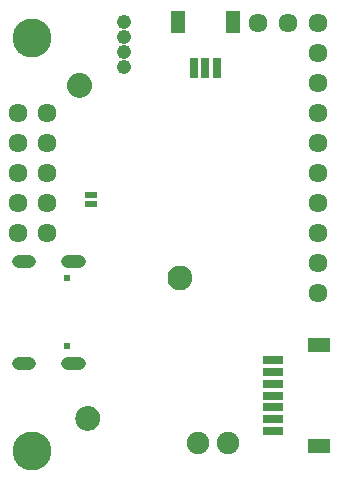
<source format=gbs>
G75*
G70*
%OFA0B0*%
%FSLAX24Y24*%
%IPPOS*%
%LPD*%
%AMOC8*
5,1,8,0,0,1.08239X$1,22.5*
%
%ADD10C,0.1300*%
%ADD11C,0.0000*%
%ADD12C,0.0001*%
%ADD13C,0.0634*%
%ADD14R,0.0276X0.0650*%
%ADD15R,0.0512X0.0749*%
%ADD16C,0.0749*%
%ADD17C,0.0476*%
%ADD18R,0.0650X0.0276*%
%ADD19R,0.0749X0.0512*%
%ADD20R,0.0440X0.0240*%
%ADD21C,0.0237*%
%ADD22C,0.0437*%
D10*
X032350Y022154D03*
X032350Y035933D03*
D11*
X033634Y034624D02*
X033688Y034672D01*
X033750Y034711D01*
X033817Y034737D01*
X033889Y034750D01*
X033962Y034750D01*
X034033Y034737D01*
X034101Y034711D01*
X034162Y034672D01*
X034216Y034624D01*
X034260Y034566D01*
X034292Y034500D01*
X034312Y034431D01*
X034319Y034358D01*
X034312Y034286D01*
X034292Y034216D01*
X034260Y034151D01*
X034216Y034093D01*
X034162Y034044D01*
X034101Y034006D01*
X034033Y033980D01*
X033962Y033966D01*
X033889Y033966D01*
X033817Y033980D01*
X033750Y034006D01*
X033688Y034044D01*
X033634Y034093D01*
X033590Y034151D01*
X033558Y034216D01*
X033538Y034286D01*
X033531Y034358D01*
X033538Y034431D01*
X033558Y034500D01*
X033590Y034566D01*
X033634Y034624D01*
X037096Y028293D02*
X037164Y028320D01*
X037235Y028333D01*
X037308Y028333D01*
X037379Y028320D01*
X037447Y028293D01*
X037509Y028255D01*
X037563Y028206D01*
X037606Y028148D01*
X037639Y028083D01*
X037659Y028013D01*
X037665Y027941D01*
X037659Y027869D01*
X037639Y027799D01*
X037606Y027734D01*
X037563Y027676D01*
X037509Y027627D01*
X037447Y027589D01*
X037379Y027562D01*
X037308Y027549D01*
X037235Y027549D01*
X037164Y027562D01*
X037096Y027589D01*
X037034Y027627D01*
X036981Y027676D01*
X036937Y027734D01*
X036905Y027799D01*
X036885Y027869D01*
X036878Y027941D01*
X036885Y028013D01*
X036905Y028083D01*
X036937Y028148D01*
X036981Y028206D01*
X037034Y028255D01*
X037096Y028293D01*
X034376Y023608D02*
X034438Y023570D01*
X034492Y023521D01*
X034536Y023463D01*
X034568Y023398D01*
X034588Y023328D01*
X034594Y023256D01*
X034588Y023184D01*
X034568Y023114D01*
X034536Y023049D01*
X034492Y022991D01*
X034438Y022942D01*
X034376Y022903D01*
X034309Y022877D01*
X034237Y022864D01*
X034164Y022864D01*
X034093Y022877D01*
X034025Y022903D01*
X033964Y022942D01*
X033910Y022991D01*
X033866Y023049D01*
X033834Y023114D01*
X033814Y023184D01*
X033807Y023256D01*
X033814Y023328D01*
X033834Y023398D01*
X033866Y023463D01*
X033910Y023521D01*
X033964Y023570D01*
X034025Y023608D01*
X034093Y023635D01*
X034164Y023648D01*
X034237Y023648D01*
X034309Y023635D01*
X034376Y023608D01*
D12*
X034377Y023608D02*
X034025Y023608D01*
X034027Y023609D02*
X034375Y023609D01*
X034372Y023610D02*
X034029Y023610D01*
X034032Y023611D02*
X034370Y023611D01*
X034367Y023612D02*
X034034Y023612D01*
X034037Y023613D02*
X034365Y023613D01*
X034362Y023614D02*
X034040Y023614D01*
X034042Y023615D02*
X034359Y023615D01*
X034357Y023616D02*
X034045Y023616D01*
X034047Y023617D02*
X034354Y023617D01*
X034352Y023618D02*
X034050Y023618D01*
X034053Y023619D02*
X034349Y023619D01*
X034346Y023620D02*
X034055Y023620D01*
X034058Y023621D02*
X034344Y023621D01*
X034341Y023622D02*
X034060Y023622D01*
X034063Y023623D02*
X034339Y023623D01*
X034336Y023624D02*
X034065Y023624D01*
X034068Y023625D02*
X034334Y023625D01*
X034331Y023626D02*
X034071Y023626D01*
X034073Y023627D02*
X034328Y023627D01*
X034326Y023628D02*
X034076Y023628D01*
X034078Y023629D02*
X034323Y023629D01*
X034321Y023630D02*
X034081Y023630D01*
X034083Y023631D02*
X034318Y023631D01*
X034316Y023632D02*
X034086Y023632D01*
X034089Y023633D02*
X034313Y023633D01*
X034310Y023634D02*
X034091Y023634D01*
X034095Y023635D02*
X034307Y023635D01*
X034302Y023636D02*
X034100Y023636D01*
X034105Y023637D02*
X034296Y023637D01*
X034291Y023638D02*
X034111Y023638D01*
X034116Y023639D02*
X034286Y023639D01*
X034280Y023640D02*
X034121Y023640D01*
X034127Y023641D02*
X034275Y023641D01*
X034270Y023642D02*
X034132Y023642D01*
X034137Y023643D02*
X034264Y023643D01*
X034259Y023644D02*
X034143Y023644D01*
X034148Y023645D02*
X034254Y023645D01*
X034248Y023646D02*
X034153Y023646D01*
X034159Y023647D02*
X034243Y023647D01*
X034238Y023648D02*
X034164Y023648D01*
X034023Y023607D02*
X034379Y023607D01*
X034380Y023606D02*
X034021Y023606D01*
X034020Y023605D02*
X034382Y023605D01*
X034383Y023604D02*
X034018Y023604D01*
X034017Y023603D02*
X034385Y023603D01*
X034387Y023602D02*
X034015Y023602D01*
X034013Y023601D02*
X034388Y023601D01*
X034390Y023600D02*
X034012Y023600D01*
X034010Y023599D02*
X034392Y023599D01*
X034393Y023598D02*
X034008Y023598D01*
X034007Y023597D02*
X034395Y023597D01*
X034396Y023596D02*
X034005Y023596D01*
X034004Y023595D02*
X034398Y023595D01*
X034400Y023594D02*
X034002Y023594D01*
X034000Y023593D02*
X034401Y023593D01*
X034403Y023592D02*
X033999Y023592D01*
X033997Y023591D02*
X034404Y023591D01*
X034406Y023590D02*
X033996Y023590D01*
X033994Y023589D02*
X034408Y023589D01*
X034409Y023588D02*
X033992Y023588D01*
X033991Y023587D02*
X034411Y023587D01*
X034412Y023586D02*
X033989Y023586D01*
X033987Y023585D02*
X034414Y023585D01*
X034416Y023584D02*
X033986Y023584D01*
X033984Y023583D02*
X034417Y023583D01*
X034419Y023582D02*
X033983Y023582D01*
X033981Y023581D02*
X034421Y023581D01*
X034422Y023580D02*
X033979Y023580D01*
X033978Y023579D02*
X034424Y023579D01*
X034425Y023578D02*
X033976Y023578D01*
X033975Y023577D02*
X034427Y023577D01*
X034429Y023576D02*
X033973Y023576D01*
X033971Y023575D02*
X034430Y023575D01*
X034432Y023574D02*
X033970Y023574D01*
X033968Y023573D02*
X034433Y023573D01*
X034435Y023572D02*
X033966Y023572D01*
X033965Y023571D02*
X034437Y023571D01*
X034438Y023570D02*
X033963Y023570D01*
X033962Y023569D02*
X034439Y023569D01*
X034440Y023568D02*
X033961Y023568D01*
X033960Y023567D02*
X034442Y023567D01*
X034443Y023566D02*
X033959Y023566D01*
X033958Y023565D02*
X034444Y023565D01*
X034445Y023564D02*
X033957Y023564D01*
X033956Y023563D02*
X034446Y023563D01*
X034447Y023562D02*
X033955Y023562D01*
X033953Y023561D02*
X034448Y023561D01*
X034449Y023560D02*
X033952Y023560D01*
X033951Y023559D02*
X034450Y023559D01*
X034451Y023558D02*
X033950Y023558D01*
X033949Y023557D02*
X034452Y023557D01*
X034454Y023556D02*
X033948Y023556D01*
X033947Y023555D02*
X034455Y023555D01*
X034456Y023554D02*
X033946Y023554D01*
X033945Y023553D02*
X034457Y023553D01*
X034458Y023552D02*
X033944Y023552D01*
X033943Y023551D02*
X034459Y023551D01*
X034460Y023550D02*
X033941Y023550D01*
X033940Y023549D02*
X034461Y023549D01*
X034462Y023548D02*
X033939Y023548D01*
X033938Y023547D02*
X034463Y023547D01*
X034465Y023546D02*
X033937Y023546D01*
X033936Y023545D02*
X034466Y023545D01*
X034467Y023544D02*
X033935Y023544D01*
X033934Y023543D02*
X034468Y023543D01*
X034469Y023542D02*
X033933Y023542D01*
X033932Y023541D02*
X034470Y023541D01*
X034471Y023540D02*
X033930Y023540D01*
X033929Y023539D02*
X034472Y023539D01*
X034473Y023538D02*
X033928Y023538D01*
X033927Y023537D02*
X034474Y023537D01*
X034475Y023536D02*
X033926Y023536D01*
X033925Y023535D02*
X034477Y023535D01*
X034478Y023534D02*
X033924Y023534D01*
X033923Y023533D02*
X034479Y023533D01*
X034480Y023532D02*
X033922Y023532D01*
X033921Y023531D02*
X034481Y023531D01*
X034482Y023530D02*
X033920Y023530D01*
X033918Y023529D02*
X034483Y023529D01*
X034484Y023528D02*
X033917Y023528D01*
X033916Y023527D02*
X034485Y023527D01*
X034486Y023526D02*
X033915Y023526D01*
X033914Y023525D02*
X034488Y023525D01*
X034489Y023524D02*
X033913Y023524D01*
X033912Y023523D02*
X034490Y023523D01*
X034491Y023522D02*
X033911Y023522D01*
X033910Y023521D02*
X034492Y023521D01*
X034493Y023520D02*
X033909Y023520D01*
X033908Y023519D02*
X034493Y023519D01*
X034494Y023518D02*
X033907Y023518D01*
X033907Y023517D02*
X034495Y023517D01*
X034496Y023516D02*
X033906Y023516D01*
X033905Y023515D02*
X034496Y023515D01*
X034497Y023514D02*
X033904Y023514D01*
X033904Y023513D02*
X034498Y023513D01*
X034499Y023512D02*
X033903Y023512D01*
X033902Y023511D02*
X034499Y023511D01*
X034500Y023510D02*
X033901Y023510D01*
X033901Y023509D02*
X034501Y023509D01*
X034502Y023508D02*
X033900Y023508D01*
X033899Y023507D02*
X034502Y023507D01*
X034503Y023506D02*
X033898Y023506D01*
X033898Y023505D02*
X034504Y023505D01*
X034505Y023504D02*
X033897Y023504D01*
X033896Y023503D02*
X034505Y023503D01*
X034506Y023502D02*
X033895Y023502D01*
X033895Y023501D02*
X034507Y023501D01*
X034508Y023500D02*
X033894Y023500D01*
X033893Y023499D02*
X034508Y023499D01*
X034509Y023498D02*
X033892Y023498D01*
X033892Y023497D02*
X034510Y023497D01*
X034511Y023496D02*
X033891Y023496D01*
X033890Y023495D02*
X034511Y023495D01*
X034512Y023494D02*
X033889Y023494D01*
X033889Y023493D02*
X034513Y023493D01*
X034514Y023492D02*
X033888Y023492D01*
X033887Y023491D02*
X034514Y023491D01*
X034515Y023490D02*
X033886Y023490D01*
X033886Y023489D02*
X034516Y023489D01*
X034517Y023488D02*
X033885Y023488D01*
X033884Y023487D02*
X034518Y023487D01*
X034518Y023486D02*
X033883Y023486D01*
X033883Y023485D02*
X034519Y023485D01*
X034520Y023484D02*
X033882Y023484D01*
X033881Y023483D02*
X034521Y023483D01*
X034521Y023482D02*
X033880Y023482D01*
X033880Y023481D02*
X034522Y023481D01*
X034523Y023480D02*
X033879Y023480D01*
X033878Y023479D02*
X034524Y023479D01*
X034524Y023478D02*
X033877Y023478D01*
X033877Y023477D02*
X034525Y023477D01*
X034526Y023476D02*
X033876Y023476D01*
X033875Y023475D02*
X034527Y023475D01*
X034527Y023474D02*
X033874Y023474D01*
X033874Y023473D02*
X034528Y023473D01*
X034529Y023472D02*
X033873Y023472D01*
X033872Y023471D02*
X034530Y023471D01*
X034530Y023470D02*
X033871Y023470D01*
X033870Y023469D02*
X034531Y023469D01*
X034532Y023468D02*
X033870Y023468D01*
X033869Y023467D02*
X034533Y023467D01*
X034533Y023466D02*
X033868Y023466D01*
X033867Y023465D02*
X034534Y023465D01*
X034535Y023464D02*
X033867Y023464D01*
X033866Y023463D02*
X034536Y023463D01*
X034536Y023462D02*
X033865Y023462D01*
X033865Y023461D02*
X034537Y023461D01*
X034537Y023460D02*
X033864Y023460D01*
X033864Y023459D02*
X034538Y023459D01*
X034538Y023458D02*
X033864Y023458D01*
X033863Y023457D02*
X034539Y023457D01*
X034539Y023456D02*
X033863Y023456D01*
X033862Y023455D02*
X034540Y023455D01*
X034540Y023454D02*
X033862Y023454D01*
X033861Y023453D02*
X034541Y023453D01*
X034541Y023452D02*
X033861Y023452D01*
X033860Y023451D02*
X034542Y023451D01*
X034542Y023450D02*
X033860Y023450D01*
X033859Y023449D02*
X034543Y023449D01*
X034543Y023448D02*
X033859Y023448D01*
X033858Y023447D02*
X034544Y023447D01*
X034544Y023446D02*
X033858Y023446D01*
X033857Y023445D02*
X034545Y023445D01*
X034545Y023444D02*
X033857Y023444D01*
X033856Y023443D02*
X034546Y023443D01*
X034546Y023442D02*
X033856Y023442D01*
X033855Y023441D02*
X034547Y023441D01*
X034547Y023440D02*
X033855Y023440D01*
X033854Y023439D02*
X034548Y023439D01*
X034548Y023438D02*
X033854Y023438D01*
X033853Y023437D02*
X034549Y023437D01*
X034549Y023436D02*
X033853Y023436D01*
X033852Y023435D02*
X034550Y023435D01*
X034550Y023434D02*
X033852Y023434D01*
X033851Y023433D02*
X034551Y023433D01*
X034551Y023432D02*
X033851Y023432D01*
X033850Y023431D02*
X034552Y023431D01*
X034552Y023430D02*
X033850Y023430D01*
X033849Y023429D02*
X034552Y023429D01*
X034553Y023428D02*
X033849Y023428D01*
X033848Y023427D02*
X034553Y023427D01*
X034554Y023426D02*
X033848Y023426D01*
X033847Y023425D02*
X034554Y023425D01*
X034555Y023424D02*
X033847Y023424D01*
X033846Y023423D02*
X034555Y023423D01*
X034556Y023422D02*
X033846Y023422D01*
X033845Y023421D02*
X034556Y023421D01*
X034557Y023420D02*
X033845Y023420D01*
X033844Y023419D02*
X034557Y023419D01*
X034558Y023418D02*
X033844Y023418D01*
X033843Y023417D02*
X034558Y023417D01*
X034559Y023416D02*
X033843Y023416D01*
X033842Y023415D02*
X034559Y023415D01*
X034560Y023414D02*
X033842Y023414D01*
X033841Y023413D02*
X034560Y023413D01*
X034561Y023412D02*
X033841Y023412D01*
X033840Y023411D02*
X034561Y023411D01*
X034562Y023410D02*
X033840Y023410D01*
X033839Y023409D02*
X034562Y023409D01*
X034563Y023408D02*
X033839Y023408D01*
X033838Y023407D02*
X034563Y023407D01*
X034564Y023406D02*
X033838Y023406D01*
X033837Y023405D02*
X034564Y023405D01*
X034565Y023404D02*
X033837Y023404D01*
X033836Y023403D02*
X034565Y023403D01*
X034566Y023402D02*
X033836Y023402D01*
X033835Y023401D02*
X034566Y023401D01*
X034567Y023400D02*
X033835Y023400D01*
X033834Y023399D02*
X034567Y023399D01*
X034568Y023398D02*
X033834Y023398D01*
X033833Y023397D02*
X034568Y023397D01*
X034568Y023396D02*
X033833Y023396D01*
X033833Y023395D02*
X034569Y023395D01*
X034569Y023394D02*
X033833Y023394D01*
X033832Y023393D02*
X034569Y023393D01*
X034570Y023392D02*
X033832Y023392D01*
X033832Y023391D02*
X034570Y023391D01*
X034570Y023390D02*
X033831Y023390D01*
X033831Y023389D02*
X034570Y023389D01*
X034571Y023388D02*
X033831Y023388D01*
X033831Y023387D02*
X034571Y023387D01*
X034571Y023386D02*
X033830Y023386D01*
X033830Y023385D02*
X034572Y023385D01*
X034572Y023384D02*
X033830Y023384D01*
X033829Y023383D02*
X034572Y023383D01*
X034572Y023382D02*
X033829Y023382D01*
X033829Y023381D02*
X034573Y023381D01*
X034573Y023380D02*
X033829Y023380D01*
X033828Y023379D02*
X034573Y023379D01*
X034574Y023378D02*
X033828Y023378D01*
X033828Y023377D02*
X034574Y023377D01*
X034574Y023376D02*
X033827Y023376D01*
X033827Y023375D02*
X034574Y023375D01*
X034575Y023374D02*
X033827Y023374D01*
X033827Y023373D02*
X034575Y023373D01*
X034575Y023372D02*
X033826Y023372D01*
X033826Y023371D02*
X034576Y023371D01*
X034576Y023370D02*
X033826Y023370D01*
X033825Y023369D02*
X034576Y023369D01*
X034576Y023368D02*
X033825Y023368D01*
X033825Y023367D02*
X034577Y023367D01*
X034577Y023366D02*
X033825Y023366D01*
X033824Y023365D02*
X034577Y023365D01*
X034578Y023364D02*
X033824Y023364D01*
X033824Y023363D02*
X034578Y023363D01*
X034578Y023362D02*
X033823Y023362D01*
X033823Y023361D02*
X034578Y023361D01*
X034579Y023360D02*
X033823Y023360D01*
X033823Y023359D02*
X034579Y023359D01*
X034579Y023358D02*
X033822Y023358D01*
X033822Y023357D02*
X034580Y023357D01*
X034580Y023356D02*
X033822Y023356D01*
X033821Y023355D02*
X034580Y023355D01*
X034580Y023354D02*
X033821Y023354D01*
X033821Y023353D02*
X034581Y023353D01*
X034581Y023352D02*
X033821Y023352D01*
X033820Y023351D02*
X034581Y023351D01*
X034582Y023350D02*
X033820Y023350D01*
X033820Y023349D02*
X034582Y023349D01*
X034582Y023348D02*
X033819Y023348D01*
X033819Y023347D02*
X034582Y023347D01*
X034583Y023346D02*
X033819Y023346D01*
X033819Y023345D02*
X034583Y023345D01*
X034583Y023344D02*
X033818Y023344D01*
X033818Y023343D02*
X034584Y023343D01*
X034584Y023342D02*
X033818Y023342D01*
X033817Y023341D02*
X034584Y023341D01*
X034584Y023340D02*
X033817Y023340D01*
X033817Y023339D02*
X034585Y023339D01*
X034585Y023338D02*
X033817Y023338D01*
X033816Y023337D02*
X034585Y023337D01*
X034586Y023336D02*
X033816Y023336D01*
X033816Y023335D02*
X034586Y023335D01*
X034586Y023334D02*
X033815Y023334D01*
X033815Y023333D02*
X034586Y023333D01*
X034587Y023332D02*
X033815Y023332D01*
X033815Y023331D02*
X034587Y023331D01*
X034587Y023330D02*
X033814Y023330D01*
X033814Y023329D02*
X034588Y023329D01*
X034588Y023328D02*
X033814Y023328D01*
X033814Y023327D02*
X034588Y023327D01*
X034588Y023326D02*
X033814Y023326D01*
X033814Y023325D02*
X034588Y023325D01*
X034588Y023324D02*
X033813Y023324D01*
X033813Y023323D02*
X034588Y023323D01*
X034588Y023322D02*
X033813Y023322D01*
X033813Y023321D02*
X034588Y023321D01*
X034589Y023320D02*
X033813Y023320D01*
X033813Y023319D02*
X034589Y023319D01*
X034589Y023318D02*
X033813Y023318D01*
X033813Y023317D02*
X034589Y023317D01*
X034589Y023316D02*
X033813Y023316D01*
X033813Y023315D02*
X034589Y023315D01*
X034589Y023314D02*
X033812Y023314D01*
X033812Y023313D02*
X034589Y023313D01*
X034589Y023312D02*
X033812Y023312D01*
X033812Y023311D02*
X034589Y023311D01*
X034589Y023310D02*
X033812Y023310D01*
X033812Y023309D02*
X034590Y023309D01*
X034590Y023308D02*
X033812Y023308D01*
X033812Y023307D02*
X034590Y023307D01*
X034590Y023306D02*
X033812Y023306D01*
X033812Y023305D02*
X034590Y023305D01*
X034590Y023304D02*
X033812Y023304D01*
X033811Y023303D02*
X034590Y023303D01*
X034590Y023302D02*
X033811Y023302D01*
X033811Y023301D02*
X034590Y023301D01*
X034590Y023300D02*
X033811Y023300D01*
X033811Y023299D02*
X034590Y023299D01*
X034591Y023298D02*
X033811Y023298D01*
X033811Y023297D02*
X034591Y023297D01*
X034591Y023296D02*
X033811Y023296D01*
X033811Y023295D02*
X034591Y023295D01*
X034591Y023294D02*
X033811Y023294D01*
X033811Y023293D02*
X034591Y023293D01*
X034591Y023292D02*
X033810Y023292D01*
X033810Y023291D02*
X034591Y023291D01*
X034591Y023290D02*
X033810Y023290D01*
X033810Y023289D02*
X034591Y023289D01*
X034591Y023288D02*
X033810Y023288D01*
X033810Y023287D02*
X034592Y023287D01*
X034592Y023286D02*
X033810Y023286D01*
X033810Y023285D02*
X034592Y023285D01*
X034592Y023284D02*
X033810Y023284D01*
X033810Y023283D02*
X034592Y023283D01*
X034592Y023282D02*
X033810Y023282D01*
X033809Y023281D02*
X034592Y023281D01*
X034592Y023280D02*
X033809Y023280D01*
X033809Y023279D02*
X034592Y023279D01*
X034592Y023278D02*
X033809Y023278D01*
X033809Y023277D02*
X034593Y023277D01*
X034593Y023276D02*
X033809Y023276D01*
X033809Y023275D02*
X034593Y023275D01*
X034593Y023274D02*
X033809Y023274D01*
X033809Y023273D02*
X034593Y023273D01*
X034593Y023272D02*
X033809Y023272D01*
X033809Y023271D02*
X034593Y023271D01*
X034593Y023270D02*
X033808Y023270D01*
X033808Y023269D02*
X034593Y023269D01*
X034593Y023268D02*
X033808Y023268D01*
X033808Y023267D02*
X034593Y023267D01*
X034594Y023266D02*
X033808Y023266D01*
X033808Y023265D02*
X034594Y023265D01*
X034594Y023264D02*
X033808Y023264D01*
X033808Y023263D02*
X034594Y023263D01*
X034594Y023262D02*
X033808Y023262D01*
X033808Y023261D02*
X034594Y023261D01*
X034594Y023260D02*
X033807Y023260D01*
X033807Y023259D02*
X034594Y023259D01*
X034594Y023258D02*
X033807Y023258D01*
X033807Y023257D02*
X034594Y023257D01*
X034594Y023256D02*
X033807Y023256D01*
X033807Y023255D02*
X034594Y023255D01*
X034594Y023254D02*
X033807Y023254D01*
X033807Y023253D02*
X034594Y023253D01*
X034594Y023252D02*
X033807Y023252D01*
X033808Y023251D02*
X034594Y023251D01*
X034594Y023250D02*
X033808Y023250D01*
X033808Y023249D02*
X034594Y023249D01*
X034594Y023248D02*
X033808Y023248D01*
X033808Y023247D02*
X034594Y023247D01*
X034594Y023246D02*
X033808Y023246D01*
X033808Y023245D02*
X034594Y023245D01*
X034593Y023244D02*
X033808Y023244D01*
X033808Y023243D02*
X034593Y023243D01*
X034593Y023242D02*
X033808Y023242D01*
X033808Y023241D02*
X034593Y023241D01*
X034593Y023240D02*
X033809Y023240D01*
X033809Y023239D02*
X034593Y023239D01*
X034593Y023238D02*
X033809Y023238D01*
X033809Y023237D02*
X034593Y023237D01*
X034593Y023236D02*
X033809Y023236D01*
X033809Y023235D02*
X034593Y023235D01*
X034592Y023234D02*
X033809Y023234D01*
X033809Y023233D02*
X034592Y023233D01*
X034592Y023232D02*
X033809Y023232D01*
X033809Y023231D02*
X034592Y023231D01*
X034592Y023230D02*
X033809Y023230D01*
X033810Y023229D02*
X034592Y023229D01*
X034592Y023228D02*
X033810Y023228D01*
X033810Y023227D02*
X034592Y023227D01*
X034592Y023226D02*
X033810Y023226D01*
X033810Y023225D02*
X034592Y023225D01*
X034592Y023224D02*
X033810Y023224D01*
X033810Y023223D02*
X034591Y023223D01*
X034591Y023222D02*
X033810Y023222D01*
X033810Y023221D02*
X034591Y023221D01*
X034591Y023220D02*
X033810Y023220D01*
X033810Y023219D02*
X034591Y023219D01*
X034591Y023218D02*
X033811Y023218D01*
X033811Y023217D02*
X034591Y023217D01*
X034591Y023216D02*
X033811Y023216D01*
X033811Y023215D02*
X034591Y023215D01*
X034591Y023214D02*
X033811Y023214D01*
X033811Y023213D02*
X034591Y023213D01*
X034590Y023212D02*
X033811Y023212D01*
X033811Y023211D02*
X034590Y023211D01*
X034590Y023210D02*
X033811Y023210D01*
X033811Y023209D02*
X034590Y023209D01*
X034590Y023208D02*
X033812Y023208D01*
X033812Y023207D02*
X034590Y023207D01*
X034590Y023206D02*
X033812Y023206D01*
X033812Y023205D02*
X034590Y023205D01*
X034590Y023204D02*
X033812Y023204D01*
X033812Y023203D02*
X034590Y023203D01*
X034590Y023202D02*
X033812Y023202D01*
X033812Y023201D02*
X034589Y023201D01*
X034589Y023200D02*
X033812Y023200D01*
X033812Y023199D02*
X034589Y023199D01*
X034589Y023198D02*
X033812Y023198D01*
X033813Y023197D02*
X034589Y023197D01*
X034589Y023196D02*
X033813Y023196D01*
X033813Y023195D02*
X034589Y023195D01*
X034589Y023194D02*
X033813Y023194D01*
X033813Y023193D02*
X034589Y023193D01*
X034589Y023192D02*
X033813Y023192D01*
X033813Y023191D02*
X034589Y023191D01*
X034588Y023190D02*
X033813Y023190D01*
X033813Y023189D02*
X034588Y023189D01*
X034588Y023188D02*
X033813Y023188D01*
X033813Y023187D02*
X034588Y023187D01*
X034588Y023186D02*
X033814Y023186D01*
X033814Y023185D02*
X034588Y023185D01*
X034588Y023184D02*
X033814Y023184D01*
X033814Y023183D02*
X034588Y023183D01*
X034587Y023182D02*
X033814Y023182D01*
X033814Y023181D02*
X034587Y023181D01*
X034587Y023180D02*
X033815Y023180D01*
X033815Y023179D02*
X034587Y023179D01*
X034586Y023178D02*
X033815Y023178D01*
X033816Y023177D02*
X034586Y023177D01*
X034586Y023176D02*
X033816Y023176D01*
X033816Y023175D02*
X034585Y023175D01*
X034585Y023174D02*
X033816Y023174D01*
X033817Y023173D02*
X034585Y023173D01*
X034585Y023172D02*
X033817Y023172D01*
X033817Y023171D02*
X034584Y023171D01*
X034584Y023170D02*
X033818Y023170D01*
X033818Y023169D02*
X034584Y023169D01*
X034583Y023168D02*
X033818Y023168D01*
X033818Y023167D02*
X034583Y023167D01*
X034583Y023166D02*
X033819Y023166D01*
X033819Y023165D02*
X034583Y023165D01*
X034582Y023164D02*
X033819Y023164D01*
X033820Y023163D02*
X034582Y023163D01*
X034582Y023162D02*
X033820Y023162D01*
X033820Y023161D02*
X034581Y023161D01*
X034581Y023160D02*
X033820Y023160D01*
X033821Y023159D02*
X034581Y023159D01*
X034581Y023158D02*
X033821Y023158D01*
X033821Y023157D02*
X034580Y023157D01*
X034580Y023156D02*
X033822Y023156D01*
X033822Y023155D02*
X034580Y023155D01*
X034579Y023154D02*
X033822Y023154D01*
X033822Y023153D02*
X034579Y023153D01*
X034579Y023152D02*
X033823Y023152D01*
X033823Y023151D02*
X034579Y023151D01*
X034578Y023150D02*
X033823Y023150D01*
X033824Y023149D02*
X034578Y023149D01*
X034578Y023148D02*
X033824Y023148D01*
X033824Y023147D02*
X034577Y023147D01*
X034577Y023146D02*
X033824Y023146D01*
X033825Y023145D02*
X034577Y023145D01*
X034577Y023144D02*
X033825Y023144D01*
X033825Y023143D02*
X034576Y023143D01*
X034576Y023142D02*
X033826Y023142D01*
X033826Y023141D02*
X034576Y023141D01*
X034575Y023140D02*
X033826Y023140D01*
X033826Y023139D02*
X034575Y023139D01*
X034575Y023138D02*
X033827Y023138D01*
X033827Y023137D02*
X034575Y023137D01*
X034574Y023136D02*
X033827Y023136D01*
X033828Y023135D02*
X034574Y023135D01*
X034574Y023134D02*
X033828Y023134D01*
X033828Y023133D02*
X034574Y023133D01*
X034573Y023132D02*
X033828Y023132D01*
X033829Y023131D02*
X034573Y023131D01*
X034573Y023130D02*
X033829Y023130D01*
X033829Y023129D02*
X034572Y023129D01*
X034572Y023128D02*
X033829Y023128D01*
X033830Y023127D02*
X034572Y023127D01*
X034572Y023126D02*
X033830Y023126D01*
X033830Y023125D02*
X034571Y023125D01*
X034571Y023124D02*
X033831Y023124D01*
X033831Y023123D02*
X034571Y023123D01*
X034570Y023122D02*
X033831Y023122D01*
X033831Y023121D02*
X034570Y023121D01*
X034570Y023120D02*
X033832Y023120D01*
X033832Y023119D02*
X034570Y023119D01*
X034569Y023118D02*
X033832Y023118D01*
X033833Y023117D02*
X034569Y023117D01*
X034569Y023116D02*
X033833Y023116D01*
X033833Y023115D02*
X034568Y023115D01*
X034568Y023114D02*
X033833Y023114D01*
X033834Y023113D02*
X034568Y023113D01*
X034567Y023112D02*
X033834Y023112D01*
X033835Y023111D02*
X034567Y023111D01*
X034566Y023110D02*
X033835Y023110D01*
X033836Y023109D02*
X034566Y023109D01*
X034565Y023108D02*
X033836Y023108D01*
X033837Y023107D02*
X034565Y023107D01*
X034564Y023106D02*
X033837Y023106D01*
X033838Y023105D02*
X034564Y023105D01*
X034563Y023104D02*
X033838Y023104D01*
X033839Y023103D02*
X034563Y023103D01*
X034562Y023102D02*
X033839Y023102D01*
X033840Y023101D02*
X034562Y023101D01*
X034561Y023100D02*
X033840Y023100D01*
X033841Y023099D02*
X034561Y023099D01*
X034560Y023098D02*
X033841Y023098D01*
X033842Y023097D02*
X034560Y023097D01*
X034559Y023096D02*
X033842Y023096D01*
X033843Y023095D02*
X034559Y023095D01*
X034558Y023094D02*
X033843Y023094D01*
X033844Y023093D02*
X034558Y023093D01*
X034557Y023092D02*
X033844Y023092D01*
X033845Y023091D02*
X034557Y023091D01*
X034556Y023090D02*
X033845Y023090D01*
X033846Y023089D02*
X034556Y023089D01*
X034555Y023088D02*
X033846Y023088D01*
X033847Y023087D02*
X034555Y023087D01*
X034554Y023086D02*
X033847Y023086D01*
X033848Y023085D02*
X034554Y023085D01*
X034553Y023084D02*
X033848Y023084D01*
X033849Y023083D02*
X034553Y023083D01*
X034552Y023082D02*
X033849Y023082D01*
X033850Y023081D02*
X034552Y023081D01*
X034551Y023080D02*
X033850Y023080D01*
X033851Y023079D02*
X034551Y023079D01*
X034550Y023078D02*
X033851Y023078D01*
X033852Y023077D02*
X034550Y023077D01*
X034549Y023076D02*
X033852Y023076D01*
X033853Y023075D02*
X034549Y023075D01*
X034548Y023074D02*
X033853Y023074D01*
X033854Y023073D02*
X034548Y023073D01*
X034547Y023072D02*
X033854Y023072D01*
X033855Y023071D02*
X034547Y023071D01*
X034546Y023070D02*
X033855Y023070D01*
X033856Y023069D02*
X034546Y023069D01*
X034545Y023068D02*
X033856Y023068D01*
X033857Y023067D02*
X034545Y023067D01*
X034544Y023066D02*
X033857Y023066D01*
X033858Y023065D02*
X034544Y023065D01*
X034543Y023064D02*
X033858Y023064D01*
X033859Y023063D02*
X034543Y023063D01*
X034542Y023062D02*
X033859Y023062D01*
X033860Y023061D02*
X034542Y023061D01*
X034541Y023060D02*
X033860Y023060D01*
X033861Y023059D02*
X034541Y023059D01*
X034540Y023058D02*
X033861Y023058D01*
X033862Y023057D02*
X034540Y023057D01*
X034539Y023056D02*
X033862Y023056D01*
X033863Y023055D02*
X034539Y023055D01*
X034538Y023054D02*
X033863Y023054D01*
X033864Y023053D02*
X034538Y023053D01*
X034537Y023052D02*
X033864Y023052D01*
X033865Y023051D02*
X034537Y023051D01*
X034536Y023050D02*
X033865Y023050D01*
X033866Y023049D02*
X034536Y023049D01*
X034535Y023048D02*
X033866Y023048D01*
X033867Y023047D02*
X034535Y023047D01*
X034534Y023046D02*
X033868Y023046D01*
X033868Y023045D02*
X034533Y023045D01*
X034532Y023044D02*
X033869Y023044D01*
X033870Y023043D02*
X034532Y023043D01*
X034531Y023042D02*
X033871Y023042D01*
X033871Y023041D02*
X034530Y023041D01*
X034529Y023040D02*
X033872Y023040D01*
X033873Y023039D02*
X034529Y023039D01*
X034528Y023038D02*
X033874Y023038D01*
X033875Y023037D02*
X034527Y023037D01*
X034526Y023036D02*
X033875Y023036D01*
X033876Y023035D02*
X034526Y023035D01*
X034525Y023034D02*
X033877Y023034D01*
X033878Y023033D02*
X034524Y023033D01*
X034523Y023032D02*
X033878Y023032D01*
X033879Y023031D02*
X034523Y023031D01*
X034522Y023030D02*
X033880Y023030D01*
X033881Y023029D02*
X034521Y023029D01*
X034520Y023028D02*
X033881Y023028D01*
X033882Y023027D02*
X034520Y023027D01*
X034519Y023026D02*
X033883Y023026D01*
X033884Y023025D02*
X034518Y023025D01*
X034517Y023024D02*
X033884Y023024D01*
X033885Y023023D02*
X034517Y023023D01*
X034516Y023022D02*
X033886Y023022D01*
X033887Y023021D02*
X034515Y023021D01*
X034514Y023020D02*
X033887Y023020D01*
X033888Y023019D02*
X034513Y023019D01*
X034513Y023018D02*
X033889Y023018D01*
X033890Y023017D02*
X034512Y023017D01*
X034511Y023016D02*
X033890Y023016D01*
X033891Y023015D02*
X034510Y023015D01*
X034510Y023014D02*
X033892Y023014D01*
X033893Y023013D02*
X034509Y023013D01*
X034508Y023012D02*
X033893Y023012D01*
X033894Y023011D02*
X034507Y023011D01*
X034507Y023010D02*
X033895Y023010D01*
X033896Y023009D02*
X034506Y023009D01*
X034505Y023008D02*
X033896Y023008D01*
X033897Y023007D02*
X034504Y023007D01*
X034504Y023006D02*
X033898Y023006D01*
X033899Y023005D02*
X034503Y023005D01*
X034502Y023004D02*
X033899Y023004D01*
X033900Y023003D02*
X034501Y023003D01*
X034501Y023002D02*
X033901Y023002D01*
X033902Y023001D02*
X034500Y023001D01*
X034499Y023000D02*
X033902Y023000D01*
X033903Y022999D02*
X034498Y022999D01*
X034498Y022998D02*
X033904Y022998D01*
X033905Y022997D02*
X034497Y022997D01*
X034496Y022996D02*
X033905Y022996D01*
X033906Y022995D02*
X034495Y022995D01*
X034495Y022994D02*
X033907Y022994D01*
X033908Y022993D02*
X034494Y022993D01*
X034493Y022992D02*
X033908Y022992D01*
X033909Y022991D02*
X034492Y022991D01*
X034492Y022990D02*
X033910Y022990D01*
X033911Y022989D02*
X034490Y022989D01*
X034489Y022988D02*
X033912Y022988D01*
X033913Y022988D02*
X034488Y022988D01*
X034487Y022987D02*
X033914Y022987D01*
X033916Y022986D02*
X034486Y022986D01*
X034485Y022985D02*
X033917Y022985D01*
X033918Y022984D02*
X034484Y022984D01*
X034483Y022983D02*
X033919Y022983D01*
X033920Y022982D02*
X034482Y022982D01*
X034481Y022981D02*
X033921Y022981D01*
X033922Y022980D02*
X034479Y022980D01*
X034478Y022979D02*
X033923Y022979D01*
X033924Y022978D02*
X034477Y022978D01*
X034476Y022977D02*
X033925Y022977D01*
X033926Y022976D02*
X034475Y022976D01*
X034474Y022975D02*
X033928Y022975D01*
X033929Y022974D02*
X034473Y022974D01*
X034472Y022973D02*
X033930Y022973D01*
X033931Y022972D02*
X034471Y022972D01*
X034470Y022971D02*
X033932Y022971D01*
X033933Y022970D02*
X034469Y022970D01*
X034467Y022969D02*
X033934Y022969D01*
X033935Y022968D02*
X034466Y022968D01*
X034465Y022967D02*
X033936Y022967D01*
X033937Y022966D02*
X034464Y022966D01*
X034463Y022965D02*
X033939Y022965D01*
X033940Y022964D02*
X034462Y022964D01*
X034461Y022963D02*
X033941Y022963D01*
X033942Y022962D02*
X034460Y022962D01*
X034459Y022961D02*
X033943Y022961D01*
X033944Y022960D02*
X034458Y022960D01*
X034456Y022959D02*
X033945Y022959D01*
X033946Y022958D02*
X034455Y022958D01*
X034454Y022957D02*
X033947Y022957D01*
X033948Y022956D02*
X034453Y022956D01*
X034452Y022955D02*
X033949Y022955D01*
X033951Y022954D02*
X034451Y022954D01*
X034450Y022953D02*
X033952Y022953D01*
X033953Y022952D02*
X034449Y022952D01*
X034448Y022951D02*
X033954Y022951D01*
X033955Y022950D02*
X034447Y022950D01*
X034446Y022949D02*
X033956Y022949D01*
X033957Y022948D02*
X034444Y022948D01*
X034443Y022947D02*
X033958Y022947D01*
X033959Y022946D02*
X034442Y022946D01*
X034441Y022945D02*
X033960Y022945D01*
X033962Y022944D02*
X034440Y022944D01*
X034439Y022943D02*
X033963Y022943D01*
X033964Y022942D02*
X034438Y022942D01*
X034436Y022941D02*
X033965Y022941D01*
X033967Y022940D02*
X034435Y022940D01*
X034433Y022939D02*
X033969Y022939D01*
X033970Y022938D02*
X034431Y022938D01*
X034430Y022937D02*
X033972Y022937D01*
X033974Y022936D02*
X034428Y022936D01*
X034426Y022935D02*
X033975Y022935D01*
X033977Y022934D02*
X034425Y022934D01*
X034423Y022933D02*
X033978Y022933D01*
X033980Y022932D02*
X034422Y022932D01*
X034420Y022931D02*
X033982Y022931D01*
X033983Y022930D02*
X034418Y022930D01*
X034417Y022929D02*
X033985Y022929D01*
X033986Y022928D02*
X034415Y022928D01*
X034414Y022927D02*
X033988Y022927D01*
X033990Y022926D02*
X034412Y022926D01*
X034410Y022925D02*
X033991Y022925D01*
X033993Y022924D02*
X034409Y022924D01*
X034407Y022923D02*
X033994Y022923D01*
X033996Y022922D02*
X034405Y022922D01*
X034404Y022921D02*
X033998Y022921D01*
X033999Y022920D02*
X034402Y022920D01*
X034401Y022919D02*
X034001Y022919D01*
X034003Y022918D02*
X034399Y022918D01*
X034397Y022917D02*
X034004Y022917D01*
X034006Y022916D02*
X034396Y022916D01*
X034394Y022915D02*
X034007Y022915D01*
X034009Y022914D02*
X034393Y022914D01*
X034391Y022913D02*
X034011Y022913D01*
X034012Y022912D02*
X034389Y022912D01*
X034388Y022911D02*
X034014Y022911D01*
X034015Y022910D02*
X034386Y022910D01*
X034385Y022909D02*
X034017Y022909D01*
X034019Y022908D02*
X034383Y022908D01*
X034381Y022907D02*
X034020Y022907D01*
X034022Y022906D02*
X034380Y022906D01*
X034378Y022905D02*
X034024Y022905D01*
X034025Y022904D02*
X034376Y022904D01*
X034374Y022903D02*
X034028Y022903D01*
X034030Y022902D02*
X034371Y022902D01*
X034369Y022901D02*
X034033Y022901D01*
X034035Y022900D02*
X034366Y022900D01*
X034364Y022899D02*
X034038Y022899D01*
X034041Y022898D02*
X034361Y022898D01*
X034358Y022897D02*
X034043Y022897D01*
X034046Y022896D02*
X034356Y022896D01*
X034353Y022895D02*
X034048Y022895D01*
X034051Y022894D02*
X034351Y022894D01*
X034348Y022893D02*
X034053Y022893D01*
X034056Y022892D02*
X034346Y022892D01*
X034343Y022891D02*
X034059Y022891D01*
X034061Y022890D02*
X034340Y022890D01*
X034338Y022889D02*
X034064Y022889D01*
X034066Y022888D02*
X034335Y022888D01*
X034333Y022887D02*
X034069Y022887D01*
X034071Y022886D02*
X034330Y022886D01*
X034328Y022885D02*
X034074Y022885D01*
X034077Y022884D02*
X034325Y022884D01*
X034322Y022883D02*
X034079Y022883D01*
X034082Y022882D02*
X034320Y022882D01*
X034317Y022881D02*
X034084Y022881D01*
X034087Y022880D02*
X034315Y022880D01*
X034312Y022879D02*
X034090Y022879D01*
X034092Y022878D02*
X034309Y022878D01*
X034305Y022877D02*
X034096Y022877D01*
X034102Y022876D02*
X034300Y022876D01*
X034294Y022875D02*
X034107Y022875D01*
X034112Y022874D02*
X034289Y022874D01*
X034284Y022873D02*
X034118Y022873D01*
X034123Y022872D02*
X034278Y022872D01*
X034273Y022871D02*
X034128Y022871D01*
X034134Y022870D02*
X034268Y022870D01*
X034262Y022869D02*
X034139Y022869D01*
X034144Y022868D02*
X034257Y022868D01*
X034252Y022867D02*
X034150Y022867D01*
X034155Y022866D02*
X034246Y022866D01*
X034241Y022865D02*
X034161Y022865D01*
X037087Y027594D02*
X037456Y027594D01*
X037458Y027595D02*
X037086Y027595D01*
X037084Y027596D02*
X037459Y027596D01*
X037461Y027597D02*
X037083Y027597D01*
X037081Y027598D02*
X037462Y027598D01*
X037464Y027599D02*
X037079Y027599D01*
X037078Y027600D02*
X037466Y027600D01*
X037467Y027601D02*
X037076Y027601D01*
X037074Y027602D02*
X037469Y027602D01*
X037470Y027603D02*
X037073Y027603D01*
X037071Y027604D02*
X037472Y027604D01*
X037474Y027605D02*
X037070Y027605D01*
X037068Y027606D02*
X037475Y027606D01*
X037477Y027607D02*
X037066Y027607D01*
X037065Y027608D02*
X037479Y027608D01*
X037480Y027609D02*
X037063Y027609D01*
X037062Y027610D02*
X037482Y027610D01*
X037483Y027611D02*
X037060Y027611D01*
X037058Y027612D02*
X037485Y027612D01*
X037487Y027613D02*
X037057Y027613D01*
X037055Y027614D02*
X037488Y027614D01*
X037490Y027615D02*
X037053Y027615D01*
X037052Y027616D02*
X037491Y027616D01*
X037493Y027617D02*
X037050Y027617D01*
X037049Y027618D02*
X037495Y027618D01*
X037496Y027619D02*
X037047Y027619D01*
X037045Y027620D02*
X037498Y027620D01*
X037499Y027621D02*
X037044Y027621D01*
X037042Y027622D02*
X037501Y027622D01*
X037503Y027623D02*
X037041Y027623D01*
X037039Y027624D02*
X037504Y027624D01*
X037506Y027625D02*
X037037Y027625D01*
X037036Y027626D02*
X037508Y027626D01*
X037509Y027627D02*
X037034Y027627D01*
X037033Y027628D02*
X037510Y027628D01*
X037511Y027629D02*
X037032Y027629D01*
X037031Y027630D02*
X037512Y027630D01*
X037513Y027631D02*
X037030Y027631D01*
X037029Y027632D02*
X037515Y027632D01*
X037516Y027633D02*
X037028Y027633D01*
X037027Y027634D02*
X037517Y027634D01*
X037518Y027635D02*
X037025Y027635D01*
X037024Y027636D02*
X037519Y027636D01*
X037520Y027637D02*
X037023Y027637D01*
X037022Y027638D02*
X037521Y027638D01*
X037522Y027639D02*
X037021Y027639D01*
X037020Y027640D02*
X037523Y027640D01*
X037524Y027641D02*
X037019Y027641D01*
X037018Y027642D02*
X037526Y027642D01*
X037527Y027643D02*
X037017Y027643D01*
X037016Y027644D02*
X037528Y027644D01*
X037529Y027645D02*
X037014Y027645D01*
X037013Y027646D02*
X037530Y027646D01*
X037531Y027647D02*
X037012Y027647D01*
X037011Y027648D02*
X037532Y027648D01*
X037533Y027649D02*
X037010Y027649D01*
X037009Y027650D02*
X037534Y027650D01*
X037535Y027651D02*
X037008Y027651D01*
X037007Y027652D02*
X037536Y027652D01*
X037538Y027653D02*
X037006Y027653D01*
X037005Y027654D02*
X037539Y027654D01*
X037540Y027655D02*
X037004Y027655D01*
X037002Y027656D02*
X037541Y027656D01*
X037542Y027657D02*
X037001Y027657D01*
X037000Y027658D02*
X037543Y027658D01*
X037544Y027659D02*
X036999Y027659D01*
X036998Y027660D02*
X037545Y027660D01*
X037546Y027661D02*
X036997Y027661D01*
X036996Y027662D02*
X037547Y027662D01*
X037549Y027663D02*
X036995Y027663D01*
X036994Y027664D02*
X037550Y027664D01*
X037551Y027665D02*
X036993Y027665D01*
X036991Y027666D02*
X037552Y027666D01*
X037553Y027667D02*
X036990Y027667D01*
X036989Y027668D02*
X037554Y027668D01*
X037555Y027669D02*
X036988Y027669D01*
X036987Y027670D02*
X037556Y027670D01*
X037557Y027671D02*
X036986Y027671D01*
X036985Y027672D02*
X037558Y027672D01*
X037560Y027673D02*
X036984Y027673D01*
X036983Y027674D02*
X037561Y027674D01*
X037562Y027675D02*
X036982Y027675D01*
X036981Y027676D02*
X037563Y027676D01*
X037563Y027677D02*
X036980Y027677D01*
X036979Y027678D02*
X037564Y027678D01*
X037565Y027679D02*
X036978Y027679D01*
X036978Y027680D02*
X037566Y027680D01*
X037567Y027681D02*
X036977Y027681D01*
X036976Y027682D02*
X037567Y027682D01*
X037568Y027683D02*
X036975Y027683D01*
X036975Y027684D02*
X037569Y027684D01*
X037570Y027685D02*
X036974Y027685D01*
X036973Y027686D02*
X037570Y027686D01*
X037571Y027687D02*
X036972Y027687D01*
X036972Y027688D02*
X037572Y027688D01*
X037573Y027689D02*
X036971Y027689D01*
X036970Y027690D02*
X037573Y027690D01*
X037574Y027691D02*
X036969Y027691D01*
X036969Y027692D02*
X037575Y027692D01*
X037576Y027693D02*
X036968Y027693D01*
X036967Y027694D02*
X037576Y027694D01*
X037577Y027695D02*
X036966Y027695D01*
X036965Y027696D02*
X037578Y027696D01*
X037579Y027697D02*
X036965Y027697D01*
X036964Y027698D02*
X037579Y027698D01*
X037580Y027699D02*
X036963Y027699D01*
X036962Y027700D02*
X037581Y027700D01*
X037582Y027701D02*
X036962Y027701D01*
X036961Y027702D02*
X037582Y027702D01*
X037583Y027703D02*
X036960Y027703D01*
X036959Y027704D02*
X037584Y027704D01*
X037585Y027705D02*
X036959Y027705D01*
X036958Y027706D02*
X037585Y027706D01*
X037586Y027707D02*
X036957Y027707D01*
X036956Y027708D02*
X037587Y027708D01*
X037588Y027709D02*
X036956Y027709D01*
X036955Y027710D02*
X037588Y027710D01*
X037589Y027711D02*
X036954Y027711D01*
X036953Y027712D02*
X037590Y027712D01*
X037591Y027713D02*
X036953Y027713D01*
X036952Y027714D02*
X037591Y027714D01*
X037592Y027715D02*
X036951Y027715D01*
X036950Y027716D02*
X037593Y027716D01*
X037594Y027717D02*
X036950Y027717D01*
X036949Y027718D02*
X037594Y027718D01*
X037595Y027719D02*
X036948Y027719D01*
X036947Y027720D02*
X037596Y027720D01*
X037597Y027721D02*
X036947Y027721D01*
X036946Y027722D02*
X037597Y027722D01*
X037598Y027723D02*
X036945Y027723D01*
X036944Y027724D02*
X037599Y027724D01*
X037600Y027725D02*
X036944Y027725D01*
X036943Y027726D02*
X037600Y027726D01*
X037601Y027727D02*
X036942Y027727D01*
X036941Y027728D02*
X037602Y027728D01*
X037603Y027729D02*
X036941Y027729D01*
X036940Y027730D02*
X037603Y027730D01*
X037604Y027731D02*
X036939Y027731D01*
X036938Y027732D02*
X037605Y027732D01*
X037606Y027733D02*
X036938Y027733D01*
X036937Y027734D02*
X037606Y027734D01*
X037607Y027735D02*
X036936Y027735D01*
X036936Y027736D02*
X037607Y027736D01*
X037608Y027737D02*
X036935Y027737D01*
X036935Y027738D02*
X037608Y027738D01*
X037609Y027739D02*
X036934Y027739D01*
X036934Y027740D02*
X037609Y027740D01*
X037610Y027741D02*
X036933Y027741D01*
X036933Y027742D02*
X037610Y027742D01*
X037611Y027743D02*
X036932Y027743D01*
X036932Y027744D02*
X037611Y027744D01*
X037612Y027745D02*
X036931Y027745D01*
X036931Y027746D02*
X037612Y027746D01*
X037613Y027747D02*
X036930Y027747D01*
X036930Y027748D02*
X037613Y027748D01*
X037614Y027749D02*
X036929Y027749D01*
X036929Y027750D02*
X037614Y027750D01*
X037615Y027751D02*
X036928Y027751D01*
X036928Y027752D02*
X037615Y027752D01*
X037616Y027753D02*
X036927Y027753D01*
X036927Y027754D02*
X037616Y027754D01*
X037617Y027755D02*
X036926Y027755D01*
X036926Y027756D02*
X037617Y027756D01*
X037618Y027757D02*
X036925Y027757D01*
X036925Y027758D02*
X037618Y027758D01*
X037619Y027759D02*
X036924Y027759D01*
X036924Y027760D02*
X037619Y027760D01*
X037620Y027761D02*
X036923Y027761D01*
X036923Y027762D02*
X037620Y027762D01*
X037621Y027763D02*
X036922Y027763D01*
X036922Y027764D02*
X037621Y027764D01*
X037622Y027765D02*
X036921Y027765D01*
X036921Y027766D02*
X037622Y027766D01*
X037623Y027767D02*
X036920Y027767D01*
X036920Y027768D02*
X037623Y027768D01*
X037624Y027769D02*
X036919Y027769D01*
X036919Y027770D02*
X037624Y027770D01*
X037625Y027771D02*
X036918Y027771D01*
X036918Y027772D02*
X037625Y027772D01*
X037626Y027773D02*
X036917Y027773D01*
X036917Y027774D02*
X037626Y027774D01*
X037627Y027775D02*
X036916Y027775D01*
X036916Y027776D02*
X037627Y027776D01*
X037628Y027777D02*
X036915Y027777D01*
X036915Y027778D02*
X037628Y027778D01*
X037629Y027779D02*
X036914Y027779D01*
X036914Y027780D02*
X037629Y027780D01*
X037630Y027781D02*
X036913Y027781D01*
X036913Y027782D02*
X037630Y027782D01*
X037631Y027783D02*
X036912Y027783D01*
X036912Y027784D02*
X037631Y027784D01*
X037632Y027785D02*
X036911Y027785D01*
X036911Y027786D02*
X037632Y027786D01*
X037633Y027787D02*
X036910Y027787D01*
X036910Y027788D02*
X037633Y027788D01*
X037634Y027789D02*
X036909Y027789D01*
X036909Y027790D02*
X037634Y027790D01*
X037635Y027791D02*
X036909Y027791D01*
X036908Y027792D02*
X037635Y027792D01*
X037636Y027793D02*
X036908Y027793D01*
X036907Y027794D02*
X037636Y027794D01*
X037637Y027795D02*
X036907Y027795D01*
X036906Y027796D02*
X037637Y027796D01*
X037638Y027797D02*
X036906Y027797D01*
X036905Y027798D02*
X037638Y027798D01*
X037639Y027799D02*
X036905Y027799D01*
X036904Y027800D02*
X037639Y027800D01*
X037639Y027801D02*
X036904Y027801D01*
X036904Y027802D02*
X037640Y027802D01*
X037640Y027803D02*
X036903Y027803D01*
X036903Y027804D02*
X037640Y027804D01*
X037640Y027805D02*
X036903Y027805D01*
X036903Y027806D02*
X037641Y027806D01*
X037641Y027807D02*
X036902Y027807D01*
X036902Y027808D02*
X037641Y027808D01*
X037642Y027809D02*
X036902Y027809D01*
X036901Y027810D02*
X037642Y027810D01*
X037642Y027811D02*
X036901Y027811D01*
X036901Y027812D02*
X037642Y027812D01*
X037643Y027813D02*
X036901Y027813D01*
X036900Y027814D02*
X037643Y027814D01*
X037643Y027815D02*
X036900Y027815D01*
X036900Y027816D02*
X037644Y027816D01*
X037644Y027817D02*
X036899Y027817D01*
X036899Y027818D02*
X037644Y027818D01*
X037644Y027819D02*
X036899Y027819D01*
X036899Y027820D02*
X037645Y027820D01*
X037645Y027821D02*
X036898Y027821D01*
X036898Y027822D02*
X037645Y027822D01*
X037646Y027823D02*
X036898Y027823D01*
X036897Y027824D02*
X037646Y027824D01*
X037646Y027825D02*
X036897Y027825D01*
X036897Y027826D02*
X037646Y027826D01*
X037647Y027827D02*
X036897Y027827D01*
X036896Y027828D02*
X037647Y027828D01*
X037647Y027829D02*
X036896Y027829D01*
X036896Y027830D02*
X037648Y027830D01*
X037648Y027831D02*
X036895Y027831D01*
X036895Y027832D02*
X037648Y027832D01*
X037648Y027833D02*
X036895Y027833D01*
X036895Y027834D02*
X037649Y027834D01*
X037649Y027835D02*
X036894Y027835D01*
X036894Y027836D02*
X037649Y027836D01*
X037650Y027837D02*
X036894Y027837D01*
X036893Y027838D02*
X037650Y027838D01*
X037650Y027839D02*
X036893Y027839D01*
X036893Y027840D02*
X037650Y027840D01*
X037651Y027841D02*
X036893Y027841D01*
X036892Y027842D02*
X037651Y027842D01*
X037651Y027843D02*
X036892Y027843D01*
X036892Y027844D02*
X037652Y027844D01*
X037652Y027845D02*
X036891Y027845D01*
X036891Y027846D02*
X037652Y027846D01*
X037652Y027847D02*
X036891Y027847D01*
X036891Y027848D02*
X037653Y027848D01*
X037653Y027849D02*
X036890Y027849D01*
X036890Y027850D02*
X037653Y027850D01*
X037654Y027851D02*
X036890Y027851D01*
X036889Y027852D02*
X037654Y027852D01*
X037654Y027853D02*
X036889Y027853D01*
X036889Y027854D02*
X037654Y027854D01*
X037655Y027855D02*
X036889Y027855D01*
X036888Y027856D02*
X037655Y027856D01*
X037655Y027857D02*
X036888Y027857D01*
X036888Y027858D02*
X037656Y027858D01*
X037656Y027859D02*
X036887Y027859D01*
X036887Y027860D02*
X037656Y027860D01*
X037656Y027861D02*
X036887Y027861D01*
X036887Y027862D02*
X037657Y027862D01*
X037657Y027863D02*
X036886Y027863D01*
X036886Y027864D02*
X037657Y027864D01*
X037658Y027865D02*
X036886Y027865D01*
X036885Y027866D02*
X037658Y027866D01*
X037658Y027867D02*
X036885Y027867D01*
X036885Y027868D02*
X037658Y027868D01*
X037659Y027869D02*
X036885Y027869D01*
X036885Y027870D02*
X037659Y027870D01*
X037659Y027871D02*
X036884Y027871D01*
X036884Y027872D02*
X037659Y027872D01*
X037659Y027873D02*
X036884Y027873D01*
X036884Y027874D02*
X037659Y027874D01*
X037659Y027875D02*
X036884Y027875D01*
X036884Y027876D02*
X037659Y027876D01*
X037659Y027877D02*
X036884Y027877D01*
X036884Y027878D02*
X037659Y027878D01*
X037660Y027879D02*
X036884Y027879D01*
X036884Y027880D02*
X037660Y027880D01*
X037660Y027881D02*
X036884Y027881D01*
X036883Y027882D02*
X037660Y027882D01*
X037660Y027883D02*
X036883Y027883D01*
X036883Y027884D02*
X037660Y027884D01*
X037660Y027885D02*
X036883Y027885D01*
X036883Y027886D02*
X037660Y027886D01*
X037660Y027887D02*
X036883Y027887D01*
X036883Y027888D02*
X037660Y027888D01*
X037661Y027889D02*
X036883Y027889D01*
X036883Y027890D02*
X037661Y027890D01*
X037661Y027891D02*
X036883Y027891D01*
X036883Y027892D02*
X037661Y027892D01*
X037661Y027893D02*
X036882Y027893D01*
X036882Y027894D02*
X037661Y027894D01*
X037661Y027895D02*
X036882Y027895D01*
X036882Y027896D02*
X037661Y027896D01*
X037661Y027897D02*
X036882Y027897D01*
X036882Y027898D02*
X037661Y027898D01*
X037661Y027899D02*
X036882Y027899D01*
X036882Y027900D02*
X037662Y027900D01*
X037662Y027901D02*
X036882Y027901D01*
X036882Y027902D02*
X037662Y027902D01*
X037662Y027903D02*
X036882Y027903D01*
X036881Y027904D02*
X037662Y027904D01*
X037662Y027905D02*
X036881Y027905D01*
X036881Y027906D02*
X037662Y027906D01*
X037662Y027907D02*
X036881Y027907D01*
X036881Y027908D02*
X037662Y027908D01*
X037662Y027909D02*
X036881Y027909D01*
X036881Y027910D02*
X037662Y027910D01*
X037663Y027911D02*
X036881Y027911D01*
X036881Y027912D02*
X037663Y027912D01*
X037663Y027913D02*
X036881Y027913D01*
X036880Y027914D02*
X037663Y027914D01*
X037663Y027915D02*
X036880Y027915D01*
X036880Y027916D02*
X037663Y027916D01*
X037663Y027917D02*
X036880Y027917D01*
X036880Y027918D02*
X037663Y027918D01*
X037663Y027919D02*
X036880Y027919D01*
X036880Y027920D02*
X037663Y027920D01*
X037663Y027921D02*
X036880Y027921D01*
X036880Y027922D02*
X037664Y027922D01*
X037664Y027923D02*
X036880Y027923D01*
X036880Y027924D02*
X037664Y027924D01*
X037664Y027925D02*
X036879Y027925D01*
X036879Y027926D02*
X037664Y027926D01*
X037664Y027927D02*
X036879Y027927D01*
X036879Y027928D02*
X037664Y027928D01*
X037664Y027929D02*
X036879Y027929D01*
X036879Y027930D02*
X037664Y027930D01*
X037664Y027931D02*
X036879Y027931D01*
X036879Y027932D02*
X037664Y027932D01*
X037665Y027933D02*
X036879Y027933D01*
X036879Y027934D02*
X037665Y027934D01*
X037665Y027935D02*
X036879Y027935D01*
X036878Y027936D02*
X037665Y027936D01*
X037665Y027937D02*
X036878Y027937D01*
X036878Y027938D02*
X037665Y027938D01*
X037665Y027939D02*
X036878Y027939D01*
X036878Y027940D02*
X037665Y027940D01*
X037665Y027941D02*
X036878Y027941D01*
X036878Y027942D02*
X037665Y027942D01*
X037665Y027943D02*
X036878Y027943D01*
X036878Y027944D02*
X037665Y027944D01*
X037665Y027945D02*
X036878Y027945D01*
X036878Y027946D02*
X037665Y027946D01*
X037665Y027947D02*
X036878Y027947D01*
X036879Y027948D02*
X037665Y027948D01*
X037665Y027949D02*
X036879Y027949D01*
X036879Y027950D02*
X037665Y027950D01*
X037664Y027951D02*
X036879Y027951D01*
X036879Y027952D02*
X037664Y027952D01*
X037664Y027953D02*
X036879Y027953D01*
X036879Y027954D02*
X037664Y027954D01*
X037664Y027955D02*
X036879Y027955D01*
X036879Y027956D02*
X037664Y027956D01*
X037664Y027957D02*
X036879Y027957D01*
X036879Y027958D02*
X037664Y027958D01*
X037664Y027959D02*
X036880Y027959D01*
X036880Y027960D02*
X037664Y027960D01*
X037664Y027961D02*
X036880Y027961D01*
X036880Y027962D02*
X037663Y027962D01*
X037663Y027963D02*
X036880Y027963D01*
X036880Y027964D02*
X037663Y027964D01*
X037663Y027965D02*
X036880Y027965D01*
X036880Y027966D02*
X037663Y027966D01*
X037663Y027967D02*
X036880Y027967D01*
X036880Y027968D02*
X037663Y027968D01*
X037663Y027969D02*
X036881Y027969D01*
X036881Y027970D02*
X037663Y027970D01*
X037663Y027971D02*
X036881Y027971D01*
X036881Y027972D02*
X037663Y027972D01*
X037662Y027973D02*
X036881Y027973D01*
X036881Y027974D02*
X037662Y027974D01*
X037662Y027975D02*
X036881Y027975D01*
X036881Y027976D02*
X037662Y027976D01*
X037662Y027977D02*
X036881Y027977D01*
X036881Y027978D02*
X037662Y027978D01*
X037662Y027979D02*
X036881Y027979D01*
X036882Y027980D02*
X037662Y027980D01*
X037662Y027981D02*
X036882Y027981D01*
X036882Y027982D02*
X037662Y027982D01*
X037661Y027983D02*
X036882Y027983D01*
X036882Y027984D02*
X037661Y027984D01*
X037661Y027985D02*
X036882Y027985D01*
X036882Y027986D02*
X037661Y027986D01*
X037661Y027987D02*
X036882Y027987D01*
X036882Y027988D02*
X037661Y027988D01*
X037661Y027989D02*
X036882Y027989D01*
X036882Y027990D02*
X037661Y027990D01*
X037661Y027991D02*
X036883Y027991D01*
X036883Y027992D02*
X037661Y027992D01*
X037661Y027993D02*
X036883Y027993D01*
X036883Y027994D02*
X037660Y027994D01*
X037660Y027995D02*
X036883Y027995D01*
X036883Y027996D02*
X037660Y027996D01*
X037660Y027997D02*
X036883Y027997D01*
X036883Y027998D02*
X037660Y027998D01*
X037660Y027999D02*
X036883Y027999D01*
X036883Y028000D02*
X037660Y028000D01*
X037660Y028001D02*
X036883Y028001D01*
X036884Y028002D02*
X037660Y028002D01*
X037660Y028003D02*
X036884Y028003D01*
X036884Y028004D02*
X037660Y028004D01*
X037659Y028005D02*
X036884Y028005D01*
X036884Y028006D02*
X037659Y028006D01*
X037659Y028007D02*
X036884Y028007D01*
X036884Y028008D02*
X037659Y028008D01*
X037659Y028009D02*
X036884Y028009D01*
X036884Y028010D02*
X037659Y028010D01*
X037659Y028011D02*
X036884Y028011D01*
X036884Y028012D02*
X037659Y028012D01*
X037659Y028013D02*
X036885Y028013D01*
X036885Y028014D02*
X037659Y028014D01*
X037658Y028015D02*
X036885Y028015D01*
X036885Y028016D02*
X037658Y028016D01*
X037658Y028017D02*
X036886Y028017D01*
X036886Y028018D02*
X037657Y028018D01*
X037657Y028019D02*
X036886Y028019D01*
X036886Y028020D02*
X037657Y028020D01*
X037657Y028021D02*
X036887Y028021D01*
X036887Y028022D02*
X037656Y028022D01*
X037656Y028023D02*
X036887Y028023D01*
X036888Y028024D02*
X037656Y028024D01*
X037655Y028025D02*
X036888Y028025D01*
X036888Y028026D02*
X037655Y028026D01*
X037655Y028027D02*
X036888Y028027D01*
X036889Y028028D02*
X037655Y028028D01*
X037654Y028029D02*
X036889Y028029D01*
X036889Y028030D02*
X037654Y028030D01*
X037654Y028031D02*
X036890Y028031D01*
X036890Y028032D02*
X037653Y028032D01*
X037653Y028033D02*
X036890Y028033D01*
X036890Y028034D02*
X037653Y028034D01*
X037653Y028035D02*
X036891Y028035D01*
X036891Y028036D02*
X037652Y028036D01*
X037652Y028037D02*
X036891Y028037D01*
X036892Y028038D02*
X037652Y028038D01*
X037651Y028039D02*
X036892Y028039D01*
X036892Y028040D02*
X037651Y028040D01*
X037651Y028041D02*
X036892Y028041D01*
X036893Y028042D02*
X037651Y028042D01*
X037650Y028043D02*
X036893Y028043D01*
X036893Y028044D02*
X037650Y028044D01*
X037650Y028045D02*
X036894Y028045D01*
X036894Y028046D02*
X037649Y028046D01*
X037649Y028047D02*
X036894Y028047D01*
X036894Y028048D02*
X037649Y028048D01*
X037649Y028049D02*
X036895Y028049D01*
X036895Y028050D02*
X037648Y028050D01*
X037648Y028051D02*
X036895Y028051D01*
X036896Y028052D02*
X037648Y028052D01*
X037647Y028053D02*
X036896Y028053D01*
X036896Y028054D02*
X037647Y028054D01*
X037647Y028055D02*
X036896Y028055D01*
X036897Y028056D02*
X037647Y028056D01*
X037646Y028057D02*
X036897Y028057D01*
X036897Y028058D02*
X037646Y028058D01*
X037646Y028059D02*
X036898Y028059D01*
X036898Y028060D02*
X037646Y028060D01*
X037645Y028061D02*
X036898Y028061D01*
X036898Y028062D02*
X037645Y028062D01*
X037645Y028063D02*
X036899Y028063D01*
X037644Y028063D01*
X037644Y028064D02*
X036899Y028064D01*
X036900Y028065D02*
X037644Y028065D01*
X037644Y028066D02*
X036900Y028066D01*
X036900Y028067D02*
X037643Y028067D01*
X037643Y028068D02*
X036900Y028068D01*
X036901Y028069D02*
X037643Y028069D01*
X037642Y028070D02*
X036901Y028070D01*
X036901Y028071D02*
X037642Y028071D01*
X037642Y028072D02*
X036902Y028072D01*
X036902Y028073D02*
X037642Y028073D01*
X037641Y028074D02*
X036902Y028074D01*
X036902Y028075D02*
X037641Y028075D01*
X037641Y028076D02*
X036903Y028076D01*
X036903Y028077D02*
X037640Y028077D01*
X037640Y028078D02*
X036903Y028078D01*
X036903Y028079D02*
X037640Y028079D01*
X037640Y028080D02*
X036904Y028080D01*
X036904Y028081D02*
X037639Y028081D01*
X037639Y028082D02*
X036904Y028082D01*
X036905Y028083D02*
X037639Y028083D01*
X037638Y028084D02*
X036905Y028084D01*
X036906Y028085D02*
X037638Y028085D01*
X037637Y028086D02*
X036906Y028086D01*
X036907Y028087D02*
X037637Y028087D01*
X037636Y028088D02*
X036907Y028088D01*
X036908Y028089D02*
X037636Y028089D01*
X037635Y028090D02*
X036908Y028090D01*
X036909Y028091D02*
X037635Y028091D01*
X037634Y028092D02*
X036909Y028092D01*
X036910Y028093D02*
X037634Y028093D01*
X037633Y028094D02*
X036910Y028094D01*
X036911Y028095D02*
X037633Y028095D01*
X037632Y028096D02*
X036911Y028096D01*
X036912Y028097D02*
X037632Y028097D01*
X037631Y028098D02*
X036912Y028098D01*
X036913Y028099D02*
X037631Y028099D01*
X037630Y028100D02*
X036913Y028100D01*
X036914Y028101D02*
X037630Y028101D01*
X037629Y028102D02*
X036914Y028102D01*
X036915Y028103D02*
X037629Y028103D01*
X037628Y028104D02*
X036915Y028104D01*
X036916Y028105D02*
X037628Y028105D01*
X037627Y028106D02*
X036916Y028106D01*
X036917Y028107D02*
X037627Y028107D01*
X037626Y028108D02*
X036917Y028108D01*
X036918Y028109D02*
X037626Y028109D01*
X037625Y028110D02*
X036918Y028110D01*
X036919Y028111D02*
X037625Y028111D01*
X037624Y028112D02*
X036919Y028112D01*
X036920Y028113D02*
X037624Y028113D01*
X037623Y028114D02*
X036920Y028114D01*
X036921Y028115D02*
X037623Y028115D01*
X037622Y028116D02*
X036921Y028116D01*
X036922Y028117D02*
X037622Y028117D01*
X037621Y028118D02*
X036922Y028118D01*
X036923Y028119D02*
X037621Y028119D01*
X037620Y028120D02*
X036923Y028120D01*
X036924Y028121D02*
X037620Y028121D01*
X037619Y028122D02*
X036924Y028122D01*
X036925Y028123D02*
X037619Y028123D01*
X037618Y028124D02*
X036925Y028124D01*
X036926Y028125D02*
X037618Y028125D01*
X037617Y028126D02*
X036926Y028126D01*
X036927Y028127D02*
X037617Y028127D01*
X037616Y028128D02*
X036927Y028128D01*
X036928Y028129D02*
X037616Y028129D01*
X037615Y028130D02*
X036928Y028130D01*
X036929Y028131D02*
X037615Y028131D01*
X037614Y028132D02*
X036929Y028132D01*
X036930Y028133D02*
X037614Y028133D01*
X037613Y028134D02*
X036930Y028134D01*
X036931Y028135D02*
X037613Y028135D01*
X037612Y028136D02*
X036931Y028136D01*
X036932Y028137D02*
X037612Y028137D01*
X037611Y028138D02*
X036932Y028138D01*
X036933Y028139D02*
X037611Y028139D01*
X037610Y028140D02*
X036933Y028140D01*
X036934Y028141D02*
X037610Y028141D01*
X037609Y028142D02*
X036934Y028142D01*
X036935Y028143D02*
X037609Y028143D01*
X037608Y028144D02*
X036935Y028144D01*
X036936Y028145D02*
X037608Y028145D01*
X037607Y028146D02*
X036936Y028146D01*
X036937Y028147D02*
X037607Y028147D01*
X037606Y028148D02*
X036937Y028148D01*
X036938Y028149D02*
X037605Y028149D01*
X037605Y028150D02*
X036939Y028150D01*
X036939Y028151D02*
X037604Y028151D01*
X037603Y028152D02*
X036940Y028152D01*
X036941Y028153D02*
X037602Y028153D01*
X037602Y028154D02*
X036942Y028154D01*
X036942Y028155D02*
X037601Y028155D01*
X037600Y028156D02*
X036943Y028156D01*
X036944Y028157D02*
X037599Y028157D01*
X037599Y028158D02*
X036945Y028158D01*
X036945Y028159D02*
X037598Y028159D01*
X037597Y028160D02*
X036946Y028160D01*
X036947Y028161D02*
X037596Y028161D01*
X037596Y028162D02*
X036948Y028162D01*
X036948Y028163D02*
X037595Y028163D01*
X037594Y028164D02*
X036949Y028164D01*
X036950Y028165D02*
X037593Y028165D01*
X037593Y028166D02*
X036951Y028166D01*
X036951Y028167D02*
X037592Y028167D01*
X037591Y028168D02*
X036952Y028168D01*
X036953Y028169D02*
X037590Y028169D01*
X037590Y028170D02*
X036954Y028170D01*
X036954Y028171D02*
X037589Y028171D01*
X037588Y028172D02*
X036955Y028172D01*
X036956Y028173D02*
X037587Y028173D01*
X037587Y028174D02*
X036957Y028174D01*
X036957Y028175D02*
X037586Y028175D01*
X037585Y028176D02*
X036958Y028176D01*
X036959Y028177D02*
X037584Y028177D01*
X037584Y028178D02*
X036960Y028178D01*
X036960Y028179D02*
X037583Y028179D01*
X037582Y028180D02*
X036961Y028180D01*
X036962Y028181D02*
X037581Y028181D01*
X037581Y028182D02*
X036963Y028182D01*
X036963Y028183D02*
X037580Y028183D01*
X037579Y028184D02*
X036964Y028184D01*
X036965Y028185D02*
X037578Y028185D01*
X037578Y028186D02*
X036966Y028186D01*
X036967Y028187D02*
X037577Y028187D01*
X037576Y028188D02*
X036967Y028188D01*
X036968Y028189D02*
X037575Y028189D01*
X037575Y028190D02*
X036969Y028190D01*
X036970Y028191D02*
X037574Y028191D01*
X037573Y028192D02*
X036970Y028192D01*
X036971Y028193D02*
X037572Y028193D01*
X037572Y028194D02*
X036972Y028194D01*
X036973Y028195D02*
X037571Y028195D01*
X037570Y028196D02*
X036973Y028196D01*
X036974Y028197D02*
X037569Y028197D01*
X037569Y028198D02*
X036975Y028198D01*
X036976Y028199D02*
X037568Y028199D01*
X037567Y028200D02*
X036976Y028200D01*
X036977Y028201D02*
X037566Y028201D01*
X037565Y028202D02*
X036978Y028202D01*
X036979Y028203D02*
X037565Y028203D01*
X037564Y028204D02*
X036979Y028204D01*
X036980Y028205D02*
X037563Y028205D01*
X037562Y028206D02*
X036981Y028206D01*
X036982Y028207D02*
X037561Y028207D01*
X037560Y028208D02*
X036983Y028208D01*
X036984Y028209D02*
X037559Y028209D01*
X037558Y028210D02*
X036985Y028210D01*
X036986Y028211D02*
X037557Y028211D01*
X037556Y028212D02*
X036987Y028212D01*
X036989Y028213D02*
X037555Y028213D01*
X037554Y028214D02*
X036990Y028214D01*
X036991Y028215D02*
X037553Y028215D01*
X037551Y028216D02*
X036992Y028216D01*
X036993Y028217D02*
X037550Y028217D01*
X037549Y028218D02*
X036994Y028218D01*
X036995Y028219D02*
X037548Y028219D01*
X037547Y028220D02*
X036996Y028220D01*
X036997Y028221D02*
X037546Y028221D01*
X037545Y028222D02*
X036998Y028222D01*
X037000Y028223D02*
X037544Y028223D01*
X037543Y028224D02*
X037001Y028224D01*
X037002Y028225D02*
X037542Y028225D01*
X037540Y028226D02*
X037003Y028226D01*
X037004Y028227D02*
X037539Y028227D01*
X037538Y028228D02*
X037005Y028228D01*
X037006Y028229D02*
X037537Y028229D01*
X037536Y028230D02*
X037007Y028230D01*
X037008Y028231D02*
X037535Y028231D01*
X037534Y028232D02*
X037009Y028232D01*
X037010Y028233D02*
X037533Y028233D01*
X037532Y028234D02*
X037012Y028234D01*
X037013Y028235D02*
X037531Y028235D01*
X037530Y028236D02*
X037014Y028236D01*
X037015Y028237D02*
X037528Y028237D01*
X037527Y028238D02*
X037016Y028238D01*
X037017Y028239D02*
X037526Y028239D01*
X037525Y028240D02*
X037018Y028240D01*
X037019Y028241D02*
X037524Y028241D01*
X037523Y028242D02*
X037020Y028242D01*
X037021Y028243D02*
X037522Y028243D01*
X037521Y028244D02*
X037023Y028244D01*
X037024Y028245D02*
X037520Y028245D01*
X037519Y028246D02*
X037025Y028246D01*
X037026Y028247D02*
X037517Y028247D01*
X037516Y028248D02*
X037027Y028248D01*
X037028Y028249D02*
X037515Y028249D01*
X037514Y028250D02*
X037029Y028250D01*
X037030Y028251D02*
X037513Y028251D01*
X037512Y028252D02*
X037031Y028252D01*
X037032Y028253D02*
X037511Y028253D01*
X037510Y028254D02*
X037034Y028254D01*
X037035Y028255D02*
X037509Y028255D01*
X037507Y028256D02*
X037036Y028256D01*
X037038Y028257D02*
X037505Y028257D01*
X037504Y028258D02*
X037040Y028258D01*
X037041Y028259D02*
X037502Y028259D01*
X037501Y028260D02*
X037043Y028260D01*
X037044Y028261D02*
X037499Y028261D01*
X037497Y028262D02*
X037046Y028262D01*
X037048Y028263D02*
X037496Y028263D01*
X037494Y028264D02*
X037049Y028264D01*
X037051Y028265D02*
X037492Y028265D01*
X037491Y028266D02*
X037052Y028266D01*
X037054Y028267D02*
X037489Y028267D01*
X037488Y028268D02*
X037056Y028268D01*
X037057Y028269D02*
X037486Y028269D01*
X037484Y028270D02*
X037059Y028270D01*
X037061Y028271D02*
X037483Y028271D01*
X037481Y028272D02*
X037062Y028272D01*
X037064Y028273D02*
X037480Y028273D01*
X037478Y028274D02*
X037065Y028274D01*
X037067Y028275D02*
X037476Y028275D01*
X037475Y028276D02*
X037069Y028276D01*
X037070Y028277D02*
X037473Y028277D01*
X037472Y028278D02*
X037072Y028278D01*
X037073Y028279D02*
X037470Y028279D01*
X037468Y028280D02*
X037075Y028280D01*
X037077Y028281D02*
X037467Y028281D01*
X037465Y028282D02*
X037078Y028282D01*
X037080Y028283D02*
X037463Y028283D01*
X037462Y028284D02*
X037081Y028284D01*
X037083Y028285D02*
X037460Y028285D01*
X037459Y028286D02*
X037085Y028286D01*
X037086Y028287D02*
X037457Y028287D01*
X037455Y028288D02*
X037088Y028288D01*
X037090Y028289D02*
X037454Y028289D01*
X037452Y028290D02*
X037091Y028290D01*
X037093Y028291D02*
X037451Y028291D01*
X037449Y028292D02*
X037094Y028292D01*
X037096Y028293D02*
X037447Y028293D01*
X037445Y028294D02*
X037098Y028294D01*
X037101Y028295D02*
X037442Y028295D01*
X037440Y028296D02*
X037104Y028296D01*
X037106Y028297D02*
X037437Y028297D01*
X037435Y028298D02*
X037109Y028298D01*
X037111Y028299D02*
X037432Y028299D01*
X037429Y028300D02*
X037114Y028300D01*
X037117Y028301D02*
X037427Y028301D01*
X037424Y028302D02*
X037119Y028302D01*
X037122Y028303D02*
X037422Y028303D01*
X037419Y028304D02*
X037124Y028304D01*
X037127Y028305D02*
X037416Y028305D01*
X037414Y028306D02*
X037129Y028306D01*
X037132Y028307D02*
X037411Y028307D01*
X037409Y028308D02*
X037135Y028308D01*
X037137Y028309D02*
X037406Y028309D01*
X037404Y028310D02*
X037140Y028310D01*
X037142Y028311D02*
X037401Y028311D01*
X037398Y028312D02*
X037145Y028312D01*
X037147Y028313D02*
X037396Y028313D01*
X037393Y028314D02*
X037150Y028314D01*
X037153Y028315D02*
X037391Y028315D01*
X037388Y028316D02*
X037155Y028316D01*
X037158Y028317D02*
X037386Y028317D01*
X037383Y028318D02*
X037160Y028318D01*
X037163Y028319D02*
X037380Y028319D01*
X037376Y028320D02*
X037167Y028320D01*
X037173Y028321D02*
X037371Y028321D01*
X037365Y028322D02*
X037178Y028322D01*
X037183Y028323D02*
X037360Y028323D01*
X037355Y028324D02*
X037189Y028324D01*
X037194Y028325D02*
X037349Y028325D01*
X037344Y028326D02*
X037199Y028326D01*
X037205Y028327D02*
X037339Y028327D01*
X037333Y028328D02*
X037210Y028328D01*
X037215Y028329D02*
X037328Y028329D01*
X037323Y028330D02*
X037221Y028330D01*
X037226Y028331D02*
X037317Y028331D01*
X037312Y028332D02*
X037231Y028332D01*
X037089Y027593D02*
X037454Y027593D01*
X037453Y027592D02*
X037091Y027592D01*
X037092Y027591D02*
X037451Y027591D01*
X037449Y027590D02*
X037094Y027590D01*
X037095Y027589D02*
X037448Y027589D01*
X037446Y027588D02*
X037098Y027588D01*
X037100Y027587D02*
X037443Y027587D01*
X037441Y027586D02*
X037103Y027586D01*
X037105Y027585D02*
X037438Y027585D01*
X037435Y027584D02*
X037108Y027584D01*
X037110Y027583D02*
X037433Y027583D01*
X037430Y027582D02*
X037113Y027582D01*
X037116Y027581D02*
X037428Y027581D01*
X037425Y027580D02*
X037118Y027580D01*
X037121Y027579D02*
X037423Y027579D01*
X037420Y027578D02*
X037123Y027578D01*
X037126Y027577D02*
X037417Y027577D01*
X037415Y027576D02*
X037129Y027576D01*
X037131Y027575D02*
X037412Y027575D01*
X037410Y027574D02*
X037134Y027574D01*
X037136Y027573D02*
X037407Y027573D01*
X037404Y027572D02*
X037139Y027572D01*
X037141Y027571D02*
X037402Y027571D01*
X037399Y027570D02*
X037144Y027570D01*
X037147Y027569D02*
X037397Y027569D01*
X037394Y027568D02*
X037149Y027568D01*
X037152Y027567D02*
X037392Y027567D01*
X037389Y027566D02*
X037154Y027566D01*
X037157Y027565D02*
X037386Y027565D01*
X037384Y027564D02*
X037159Y027564D01*
X037162Y027563D02*
X037381Y027563D01*
X037378Y027562D02*
X037165Y027562D01*
X037171Y027561D02*
X037373Y027561D01*
X037367Y027560D02*
X037176Y027560D01*
X037181Y027559D02*
X037362Y027559D01*
X037357Y027558D02*
X037187Y027558D01*
X037192Y027557D02*
X037351Y027557D01*
X037346Y027556D02*
X037197Y027556D01*
X037203Y027555D02*
X037340Y027555D01*
X037335Y027554D02*
X037208Y027554D01*
X037214Y027553D02*
X037330Y027553D01*
X037324Y027552D02*
X037219Y027552D01*
X037224Y027551D02*
X037319Y027551D01*
X037314Y027550D02*
X037230Y027550D01*
X037235Y027549D02*
X037308Y027549D01*
X034100Y034006D02*
X033750Y034006D01*
X033748Y034007D02*
X034102Y034007D01*
X034104Y034008D02*
X033747Y034008D01*
X033745Y034009D02*
X034105Y034009D01*
X034107Y034010D02*
X033744Y034010D01*
X033742Y034011D02*
X034108Y034011D01*
X034110Y034012D02*
X033740Y034012D01*
X033739Y034013D02*
X034112Y034013D01*
X034113Y034014D02*
X033737Y034014D01*
X033736Y034015D02*
X034115Y034015D01*
X034117Y034016D02*
X033734Y034016D01*
X033732Y034017D02*
X034118Y034017D01*
X034120Y034018D02*
X033731Y034018D01*
X033729Y034019D02*
X034121Y034019D01*
X034123Y034020D02*
X033727Y034020D01*
X033726Y034021D02*
X034125Y034021D01*
X034126Y034022D02*
X033724Y034022D01*
X033723Y034023D02*
X034128Y034023D01*
X034129Y034024D02*
X033721Y034024D01*
X033719Y034025D02*
X034131Y034025D01*
X034133Y034026D02*
X033718Y034026D01*
X033716Y034027D02*
X034134Y034027D01*
X034136Y034028D02*
X033715Y034028D01*
X033713Y034029D02*
X034137Y034029D01*
X034139Y034030D02*
X033711Y034030D01*
X033710Y034031D02*
X034141Y034031D01*
X034142Y034032D02*
X033708Y034032D01*
X033706Y034033D02*
X034144Y034033D01*
X034146Y034034D02*
X033705Y034034D01*
X033703Y034035D02*
X034147Y034035D01*
X034149Y034036D02*
X033702Y034036D01*
X033700Y034037D02*
X034150Y034037D01*
X034152Y034038D02*
X033698Y034038D01*
X033697Y034039D02*
X034154Y034039D01*
X034155Y034040D02*
X033695Y034040D01*
X033694Y034041D02*
X034157Y034041D01*
X034158Y034042D02*
X033692Y034042D01*
X033690Y034043D02*
X034160Y034043D01*
X034162Y034044D02*
X033689Y034044D01*
X033687Y034045D02*
X034163Y034045D01*
X034164Y034046D02*
X033686Y034046D01*
X033685Y034047D02*
X034165Y034047D01*
X034166Y034048D02*
X033684Y034048D01*
X033683Y034049D02*
X034167Y034049D01*
X034169Y034050D02*
X033682Y034050D01*
X033681Y034051D02*
X034170Y034051D01*
X034171Y034052D02*
X033680Y034052D01*
X033679Y034053D02*
X034172Y034053D01*
X034173Y034054D02*
X033678Y034054D01*
X033676Y034055D02*
X034174Y034055D01*
X034175Y034056D02*
X033675Y034056D01*
X033674Y034057D02*
X034176Y034057D01*
X034177Y034058D02*
X033673Y034058D01*
X033672Y034059D02*
X034178Y034059D01*
X034179Y034060D02*
X033671Y034060D01*
X033670Y034061D02*
X034181Y034061D01*
X034182Y034062D02*
X033669Y034062D01*
X033668Y034063D02*
X034183Y034063D01*
X034184Y034064D02*
X033667Y034064D01*
X033665Y034065D02*
X034185Y034065D01*
X034186Y034066D02*
X033664Y034066D01*
X033663Y034067D02*
X034187Y034067D01*
X034188Y034068D02*
X033662Y034068D01*
X033661Y034069D02*
X034189Y034069D01*
X034190Y034070D02*
X033660Y034070D01*
X033659Y034071D02*
X034192Y034071D01*
X034193Y034072D02*
X033658Y034072D01*
X033657Y034073D02*
X034194Y034073D01*
X034195Y034074D02*
X033656Y034074D01*
X033654Y034075D02*
X034196Y034075D01*
X034197Y034076D02*
X033653Y034076D01*
X033652Y034077D02*
X034198Y034077D01*
X034199Y034078D02*
X033651Y034078D01*
X033650Y034079D02*
X034200Y034079D01*
X034201Y034080D02*
X033649Y034080D01*
X033648Y034081D02*
X034202Y034081D01*
X034204Y034082D02*
X033647Y034082D01*
X033646Y034083D02*
X034205Y034083D01*
X034206Y034084D02*
X033645Y034084D01*
X033644Y034085D02*
X034207Y034085D01*
X034208Y034086D02*
X033642Y034086D01*
X033641Y034087D02*
X034209Y034087D01*
X034210Y034088D02*
X033640Y034088D01*
X033639Y034089D02*
X034211Y034089D01*
X034212Y034090D02*
X033638Y034090D01*
X033637Y034091D02*
X034213Y034091D01*
X034215Y034092D02*
X033636Y034092D01*
X033635Y034093D02*
X034216Y034093D01*
X034217Y034094D02*
X033634Y034094D01*
X033633Y034095D02*
X034217Y034095D01*
X034218Y034096D02*
X033632Y034096D01*
X033632Y034097D02*
X034219Y034097D01*
X034220Y034098D02*
X033631Y034098D01*
X033630Y034099D02*
X034220Y034099D01*
X034221Y034100D02*
X033629Y034100D01*
X033629Y034101D02*
X034222Y034101D01*
X034223Y034102D02*
X033628Y034102D01*
X033627Y034103D02*
X034223Y034103D01*
X034224Y034104D02*
X033626Y034104D01*
X033626Y034105D02*
X034225Y034105D01*
X034226Y034106D02*
X033625Y034106D01*
X033624Y034107D02*
X034226Y034107D01*
X034227Y034108D02*
X033623Y034108D01*
X033623Y034109D02*
X034228Y034109D01*
X034229Y034110D02*
X033622Y034110D01*
X033621Y034111D02*
X034229Y034111D01*
X034230Y034112D02*
X033620Y034112D01*
X033620Y034113D02*
X034231Y034113D01*
X034232Y034114D02*
X033619Y034114D01*
X033618Y034115D02*
X034232Y034115D01*
X034233Y034116D02*
X033617Y034116D01*
X033617Y034117D02*
X034234Y034117D01*
X034235Y034118D02*
X033616Y034118D01*
X033615Y034119D02*
X034235Y034119D01*
X034236Y034120D02*
X033614Y034120D01*
X033613Y034121D02*
X034237Y034121D01*
X034238Y034122D02*
X033613Y034122D01*
X033612Y034123D02*
X034238Y034123D01*
X034239Y034124D02*
X033611Y034124D01*
X033610Y034125D02*
X034240Y034125D01*
X034241Y034126D02*
X033610Y034126D01*
X033609Y034127D02*
X034241Y034127D01*
X034242Y034128D02*
X033608Y034128D01*
X033607Y034129D02*
X034243Y034129D01*
X034244Y034130D02*
X033607Y034130D01*
X033606Y034131D02*
X034244Y034131D01*
X034245Y034132D02*
X033605Y034132D01*
X033604Y034133D02*
X034246Y034133D01*
X034247Y034134D02*
X033604Y034134D01*
X033603Y034135D02*
X034247Y034135D01*
X034248Y034136D02*
X033602Y034136D01*
X033601Y034137D02*
X034249Y034137D01*
X034250Y034138D02*
X033601Y034138D01*
X033600Y034139D02*
X034250Y034139D01*
X034251Y034140D02*
X033599Y034140D01*
X033598Y034141D02*
X034252Y034141D01*
X034253Y034142D02*
X033598Y034142D01*
X033597Y034143D02*
X034254Y034143D01*
X034254Y034144D02*
X033596Y034144D01*
X033595Y034145D02*
X034255Y034145D01*
X034256Y034146D02*
X033595Y034146D01*
X033594Y034147D02*
X034257Y034147D01*
X034257Y034148D02*
X033593Y034148D01*
X033592Y034149D02*
X034258Y034149D01*
X034259Y034150D02*
X033592Y034150D01*
X033591Y034151D02*
X034260Y034151D01*
X034260Y034152D02*
X033590Y034152D01*
X033590Y034153D02*
X034261Y034153D01*
X033589Y034153D01*
X033589Y034154D02*
X034262Y034154D01*
X034262Y034155D02*
X033588Y034155D01*
X033588Y034156D02*
X034263Y034156D01*
X034263Y034157D02*
X033587Y034157D01*
X033587Y034158D02*
X034264Y034158D01*
X034264Y034159D02*
X033586Y034159D01*
X033586Y034160D02*
X034265Y034160D01*
X034265Y034161D02*
X033585Y034161D01*
X033585Y034162D02*
X034266Y034162D01*
X034266Y034163D02*
X033584Y034163D01*
X033584Y034164D02*
X034267Y034164D01*
X034267Y034165D02*
X033583Y034165D01*
X033583Y034166D02*
X034268Y034166D01*
X034268Y034167D02*
X033582Y034167D01*
X033582Y034168D02*
X034269Y034168D01*
X034269Y034169D02*
X033581Y034169D01*
X033581Y034170D02*
X034270Y034170D01*
X034270Y034171D02*
X033580Y034171D01*
X033580Y034172D02*
X034271Y034172D01*
X034271Y034173D02*
X033579Y034173D01*
X033579Y034174D02*
X034272Y034174D01*
X034272Y034175D02*
X033578Y034175D01*
X033578Y034176D02*
X034273Y034176D01*
X034273Y034177D02*
X033577Y034177D01*
X033577Y034178D02*
X034274Y034178D01*
X034274Y034179D02*
X033576Y034179D01*
X033576Y034180D02*
X034275Y034180D01*
X034275Y034181D02*
X033575Y034181D01*
X033575Y034182D02*
X034276Y034182D01*
X034276Y034183D02*
X033574Y034183D01*
X033574Y034184D02*
X034277Y034184D01*
X034277Y034185D02*
X033573Y034185D01*
X033573Y034186D02*
X034278Y034186D01*
X034278Y034187D02*
X033572Y034187D01*
X033572Y034188D02*
X034279Y034188D01*
X034279Y034189D02*
X033571Y034189D01*
X033571Y034190D02*
X034280Y034190D01*
X034280Y034191D02*
X033570Y034191D01*
X033570Y034192D02*
X034281Y034192D01*
X034281Y034193D02*
X033569Y034193D01*
X033569Y034194D02*
X034282Y034194D01*
X034282Y034195D02*
X033568Y034195D01*
X033568Y034196D02*
X034283Y034196D01*
X034283Y034197D02*
X033567Y034197D01*
X033567Y034198D02*
X034284Y034198D01*
X034284Y034199D02*
X033566Y034199D01*
X033566Y034200D02*
X034285Y034200D01*
X034285Y034201D02*
X033565Y034201D01*
X033565Y034202D02*
X034286Y034202D01*
X034286Y034203D02*
X033564Y034203D01*
X033564Y034204D02*
X034287Y034204D01*
X034287Y034205D02*
X033563Y034205D01*
X033563Y034206D02*
X034288Y034206D01*
X034288Y034207D02*
X033562Y034207D01*
X033562Y034208D02*
X034289Y034208D01*
X034289Y034209D02*
X033561Y034209D01*
X033561Y034210D02*
X034290Y034210D01*
X034290Y034211D02*
X033560Y034211D01*
X033560Y034212D02*
X034291Y034212D01*
X034291Y034213D02*
X033559Y034213D01*
X033559Y034214D02*
X034292Y034214D01*
X034292Y034215D02*
X033558Y034215D01*
X033558Y034216D02*
X034292Y034216D01*
X034293Y034217D02*
X033558Y034217D01*
X033557Y034218D02*
X034293Y034218D01*
X034293Y034219D02*
X033557Y034219D01*
X033557Y034220D02*
X034294Y034220D01*
X034294Y034221D02*
X033557Y034221D01*
X033556Y034222D02*
X034294Y034222D01*
X034294Y034223D02*
X033556Y034223D01*
X033556Y034224D02*
X034295Y034224D01*
X034295Y034225D02*
X033555Y034225D01*
X033555Y034226D02*
X034295Y034226D01*
X034296Y034227D02*
X033555Y034227D01*
X033555Y034228D02*
X034296Y034228D01*
X034296Y034229D02*
X033554Y034229D01*
X033554Y034230D02*
X034296Y034230D01*
X034297Y034231D02*
X033554Y034231D01*
X033553Y034232D02*
X034297Y034232D01*
X034297Y034233D02*
X033553Y034233D01*
X033553Y034234D02*
X034298Y034234D01*
X034298Y034235D02*
X033553Y034235D01*
X033552Y034236D02*
X034298Y034236D01*
X034298Y034237D02*
X033552Y034237D01*
X033552Y034238D02*
X034299Y034238D01*
X034299Y034239D02*
X033551Y034239D01*
X033551Y034240D02*
X034299Y034240D01*
X034300Y034241D02*
X033551Y034241D01*
X033551Y034242D02*
X034300Y034242D01*
X034300Y034243D02*
X033550Y034243D01*
X033550Y034244D02*
X034300Y034244D01*
X034301Y034245D02*
X033550Y034245D01*
X033549Y034246D02*
X034301Y034246D01*
X034301Y034247D02*
X033549Y034247D01*
X033549Y034248D02*
X034302Y034248D01*
X034302Y034249D02*
X033549Y034249D01*
X033548Y034250D02*
X034302Y034250D01*
X034302Y034251D02*
X033548Y034251D01*
X033548Y034252D02*
X034303Y034252D01*
X034303Y034253D02*
X033547Y034253D01*
X033547Y034254D02*
X034303Y034254D01*
X034304Y034255D02*
X033547Y034255D01*
X033547Y034256D02*
X034304Y034256D01*
X034304Y034257D02*
X033546Y034257D01*
X033546Y034258D02*
X034304Y034258D01*
X034305Y034259D02*
X033546Y034259D01*
X033545Y034260D02*
X034305Y034260D01*
X034305Y034261D02*
X033545Y034261D01*
X033545Y034262D02*
X034305Y034262D01*
X034306Y034263D02*
X033545Y034263D01*
X033544Y034264D02*
X034306Y034264D01*
X034306Y034265D02*
X033544Y034265D01*
X033544Y034266D02*
X034307Y034266D01*
X034307Y034267D02*
X033543Y034267D01*
X033543Y034268D02*
X034307Y034268D01*
X034307Y034269D02*
X033543Y034269D01*
X033543Y034270D02*
X034308Y034270D01*
X034308Y034271D02*
X033542Y034271D01*
X033542Y034272D02*
X034308Y034272D01*
X034309Y034273D02*
X033542Y034273D01*
X033541Y034274D02*
X034309Y034274D01*
X034309Y034275D02*
X033541Y034275D01*
X033541Y034276D02*
X034309Y034276D01*
X034310Y034277D02*
X033541Y034277D01*
X033540Y034278D02*
X034310Y034278D01*
X034310Y034279D02*
X033540Y034279D01*
X033540Y034280D02*
X034311Y034280D01*
X034311Y034281D02*
X033539Y034281D01*
X033539Y034282D02*
X034311Y034282D01*
X034311Y034283D02*
X033539Y034283D01*
X033539Y034284D02*
X034312Y034284D01*
X034312Y034285D02*
X033538Y034285D01*
X033538Y034286D02*
X034312Y034286D01*
X034312Y034287D02*
X033538Y034287D01*
X033538Y034288D02*
X034312Y034288D01*
X034313Y034289D02*
X033538Y034289D01*
X033538Y034290D02*
X034313Y034290D01*
X034313Y034291D02*
X033538Y034291D01*
X033538Y034292D02*
X034313Y034292D01*
X034313Y034293D02*
X033538Y034293D01*
X033537Y034294D02*
X034313Y034294D01*
X034313Y034295D02*
X033537Y034295D01*
X033537Y034296D02*
X034313Y034296D01*
X034313Y034297D02*
X033537Y034297D01*
X033537Y034298D02*
X034313Y034298D01*
X034313Y034299D02*
X033537Y034299D01*
X033537Y034300D02*
X034314Y034300D01*
X034314Y034301D02*
X033537Y034301D01*
X033537Y034302D02*
X034314Y034302D01*
X034314Y034303D02*
X033537Y034303D01*
X033536Y034304D02*
X034314Y034304D01*
X034314Y034305D02*
X033536Y034305D01*
X033536Y034306D02*
X034314Y034306D01*
X034314Y034307D02*
X033536Y034307D01*
X033536Y034308D02*
X034314Y034308D01*
X034314Y034309D02*
X033536Y034309D01*
X033536Y034310D02*
X034314Y034310D01*
X034315Y034311D02*
X033536Y034311D01*
X033536Y034312D02*
X034315Y034312D01*
X034315Y034313D02*
X033536Y034313D01*
X033536Y034314D02*
X034315Y034314D01*
X034315Y034315D02*
X033535Y034315D01*
X033535Y034316D02*
X034315Y034316D01*
X034315Y034317D02*
X033535Y034317D01*
X033535Y034318D02*
X034315Y034318D01*
X034315Y034319D02*
X033535Y034319D01*
X033535Y034320D02*
X034315Y034320D01*
X034315Y034321D02*
X033535Y034321D01*
X033535Y034322D02*
X034316Y034322D01*
X034316Y034323D02*
X033535Y034323D01*
X033535Y034324D02*
X034316Y034324D01*
X034316Y034325D02*
X033535Y034325D01*
X033534Y034326D02*
X034316Y034326D01*
X034316Y034327D02*
X033534Y034327D01*
X033534Y034328D02*
X034316Y034328D01*
X034316Y034329D02*
X033534Y034329D01*
X033534Y034330D02*
X034316Y034330D01*
X034316Y034331D02*
X033534Y034331D01*
X033534Y034332D02*
X034316Y034332D01*
X034317Y034333D02*
X033534Y034333D01*
X033534Y034334D02*
X034317Y034334D01*
X034317Y034335D02*
X033534Y034335D01*
X033534Y034336D02*
X034317Y034336D01*
X034317Y034337D02*
X033533Y034337D01*
X033533Y034338D02*
X034317Y034338D01*
X034317Y034339D02*
X033533Y034339D01*
X033533Y034340D02*
X034317Y034340D01*
X034317Y034341D02*
X033533Y034341D01*
X033533Y034342D02*
X034317Y034342D01*
X034318Y034343D02*
X033533Y034343D01*
X033533Y034344D02*
X034318Y034344D01*
X034318Y034345D02*
X033533Y034345D01*
X033533Y034346D02*
X034318Y034346D01*
X034318Y034347D02*
X033533Y034347D01*
X033532Y034348D02*
X034318Y034348D01*
X034318Y034349D02*
X033532Y034349D01*
X033532Y034350D02*
X034318Y034350D01*
X034318Y034351D02*
X033532Y034351D01*
X033532Y034352D02*
X034318Y034352D01*
X034318Y034353D02*
X033532Y034353D01*
X033532Y034354D02*
X034319Y034354D01*
X034319Y034355D02*
X033532Y034355D01*
X033532Y034356D02*
X034319Y034356D01*
X034319Y034357D02*
X033532Y034357D01*
X033531Y034358D02*
X034319Y034358D01*
X034319Y034359D02*
X033532Y034359D01*
X033532Y034360D02*
X034319Y034360D01*
X034319Y034361D02*
X033532Y034361D01*
X033532Y034362D02*
X034319Y034362D01*
X034318Y034363D02*
X033532Y034363D01*
X033532Y034364D02*
X034318Y034364D01*
X034318Y034365D02*
X033532Y034365D01*
X033532Y034366D02*
X034318Y034366D01*
X034318Y034367D02*
X033532Y034367D01*
X033532Y034368D02*
X034318Y034368D01*
X034318Y034369D02*
X033533Y034369D01*
X033533Y034370D02*
X034318Y034370D01*
X034318Y034371D02*
X033533Y034371D01*
X033533Y034372D02*
X034318Y034372D01*
X034318Y034373D02*
X033533Y034373D01*
X033533Y034374D02*
X034317Y034374D01*
X034317Y034375D02*
X033533Y034375D01*
X033533Y034376D02*
X034317Y034376D01*
X034317Y034377D02*
X033533Y034377D01*
X033533Y034378D02*
X034317Y034378D01*
X034317Y034379D02*
X033533Y034379D01*
X033534Y034380D02*
X034317Y034380D01*
X034317Y034381D02*
X033534Y034381D01*
X033534Y034382D02*
X034317Y034382D01*
X034317Y034383D02*
X033534Y034383D01*
X033534Y034384D02*
X034316Y034384D01*
X034316Y034385D02*
X033534Y034385D01*
X033534Y034386D02*
X034316Y034386D01*
X034316Y034387D02*
X033534Y034387D01*
X033534Y034388D02*
X034316Y034388D01*
X034316Y034389D02*
X033534Y034389D01*
X033534Y034390D02*
X034316Y034390D01*
X034316Y034391D02*
X033535Y034391D01*
X033535Y034392D02*
X034316Y034392D01*
X034316Y034393D02*
X033535Y034393D01*
X033535Y034394D02*
X034316Y034394D01*
X034315Y034395D02*
X033535Y034395D01*
X033535Y034396D02*
X034315Y034396D01*
X034315Y034397D02*
X033535Y034397D01*
X033535Y034398D02*
X034315Y034398D01*
X034315Y034399D02*
X033535Y034399D01*
X033535Y034400D02*
X034315Y034400D01*
X034315Y034401D02*
X033535Y034401D01*
X033536Y034402D02*
X034315Y034402D01*
X034315Y034403D02*
X033536Y034403D01*
X033536Y034404D02*
X034315Y034404D01*
X034315Y034405D02*
X033536Y034405D01*
X033536Y034406D02*
X034314Y034406D01*
X034314Y034407D02*
X033536Y034407D01*
X033536Y034408D02*
X034314Y034408D01*
X034314Y034409D02*
X033536Y034409D01*
X033536Y034410D02*
X034314Y034410D01*
X034314Y034411D02*
X033536Y034411D01*
X033536Y034412D02*
X034314Y034412D01*
X034314Y034413D02*
X033537Y034413D01*
X033537Y034414D02*
X034314Y034414D01*
X034314Y034415D02*
X033537Y034415D01*
X033537Y034416D02*
X034314Y034416D01*
X034313Y034417D02*
X033537Y034417D01*
X033537Y034418D02*
X034313Y034418D01*
X034313Y034419D02*
X033537Y034419D01*
X033537Y034420D02*
X034313Y034420D01*
X034313Y034421D02*
X033537Y034421D01*
X033537Y034422D02*
X034313Y034422D01*
X034313Y034423D02*
X033538Y034423D01*
X033538Y034424D02*
X034313Y034424D01*
X034313Y034425D02*
X033538Y034425D01*
X033538Y034426D02*
X034313Y034426D01*
X034313Y034427D02*
X033538Y034427D01*
X033538Y034428D02*
X034312Y034428D01*
X034312Y034429D02*
X033538Y034429D01*
X033538Y034430D02*
X034312Y034430D01*
X034312Y034431D02*
X033538Y034431D01*
X033539Y034432D02*
X034312Y034432D01*
X034311Y034433D02*
X033539Y034433D01*
X033539Y034434D02*
X034311Y034434D01*
X034311Y034435D02*
X033540Y034435D01*
X033540Y034436D02*
X034311Y034436D01*
X034310Y034437D02*
X033540Y034437D01*
X033540Y034438D02*
X034310Y034438D01*
X034310Y034439D02*
X033541Y034439D01*
X033541Y034440D02*
X034309Y034440D01*
X034309Y034441D02*
X033541Y034441D01*
X033542Y034442D02*
X034309Y034442D01*
X034309Y034443D02*
X033542Y034443D01*
X033542Y034444D02*
X034308Y034444D01*
X034308Y034445D02*
X033542Y034445D01*
X033543Y034446D02*
X034308Y034446D01*
X034307Y034447D02*
X033543Y034447D01*
X033543Y034448D02*
X034307Y034448D01*
X034307Y034449D02*
X033543Y034449D01*
X033544Y034450D02*
X034307Y034450D01*
X034306Y034451D02*
X033544Y034451D01*
X033544Y034452D02*
X034306Y034452D01*
X034306Y034453D02*
X033545Y034453D01*
X033545Y034454D02*
X034305Y034454D01*
X034305Y034455D02*
X033545Y034455D01*
X033545Y034456D02*
X034305Y034456D01*
X034305Y034457D02*
X033546Y034457D01*
X033546Y034458D02*
X034304Y034458D01*
X034304Y034459D02*
X033546Y034459D01*
X033547Y034460D02*
X034304Y034460D01*
X034303Y034461D02*
X033547Y034461D01*
X033547Y034462D02*
X034303Y034462D01*
X034303Y034463D02*
X033547Y034463D01*
X033548Y034464D02*
X034303Y034464D01*
X034302Y034465D02*
X033548Y034465D01*
X033548Y034466D02*
X034302Y034466D01*
X034302Y034467D02*
X033549Y034467D01*
X033549Y034468D02*
X034302Y034468D01*
X034301Y034469D02*
X033549Y034469D01*
X033549Y034470D02*
X034301Y034470D01*
X034301Y034471D02*
X033550Y034471D01*
X033550Y034472D02*
X034300Y034472D01*
X034300Y034473D02*
X033550Y034473D01*
X033551Y034474D02*
X034300Y034474D01*
X034300Y034475D02*
X033551Y034475D01*
X033551Y034476D02*
X034299Y034476D01*
X034299Y034477D02*
X033551Y034477D01*
X033552Y034478D02*
X034299Y034478D01*
X034298Y034479D02*
X033552Y034479D01*
X033552Y034480D02*
X034298Y034480D01*
X034298Y034481D02*
X033553Y034481D01*
X033553Y034482D02*
X034298Y034482D01*
X034297Y034483D02*
X033553Y034483D01*
X033553Y034484D02*
X034297Y034484D01*
X034297Y034485D02*
X033554Y034485D01*
X033554Y034486D02*
X034296Y034486D01*
X034296Y034487D02*
X033554Y034487D01*
X033555Y034488D02*
X034296Y034488D01*
X034296Y034489D02*
X033555Y034489D01*
X033555Y034490D02*
X034295Y034490D01*
X034295Y034491D02*
X033555Y034491D01*
X033556Y034492D02*
X034295Y034492D01*
X034294Y034493D02*
X033556Y034493D01*
X033556Y034494D02*
X034294Y034494D01*
X034294Y034495D02*
X033557Y034495D01*
X033557Y034496D02*
X034294Y034496D01*
X034293Y034497D02*
X033557Y034497D01*
X033557Y034498D02*
X034293Y034498D01*
X034293Y034499D02*
X033558Y034499D01*
X033558Y034500D02*
X034292Y034500D01*
X034292Y034501D02*
X033558Y034501D01*
X033559Y034502D02*
X034291Y034502D01*
X034291Y034503D02*
X033559Y034503D01*
X033560Y034504D02*
X034290Y034504D01*
X034290Y034505D02*
X033560Y034505D01*
X033561Y034506D02*
X034289Y034506D01*
X034289Y034507D02*
X033561Y034507D01*
X033562Y034508D02*
X034288Y034508D01*
X034288Y034509D02*
X033562Y034509D01*
X033563Y034510D02*
X034288Y034510D01*
X034287Y034511D02*
X033563Y034511D01*
X033564Y034512D02*
X034287Y034512D01*
X034286Y034513D02*
X033564Y034513D01*
X033565Y034514D02*
X034286Y034514D01*
X034285Y034515D02*
X033565Y034515D01*
X033566Y034516D02*
X034285Y034516D01*
X034284Y034517D02*
X033566Y034517D01*
X033567Y034518D02*
X034284Y034518D01*
X034283Y034519D02*
X033567Y034519D01*
X033568Y034520D02*
X034283Y034520D01*
X034282Y034521D02*
X033568Y034521D01*
X033569Y034522D02*
X034282Y034522D01*
X034281Y034523D02*
X033569Y034523D01*
X033570Y034524D02*
X034281Y034524D01*
X034280Y034525D02*
X033570Y034525D01*
X033571Y034526D02*
X034280Y034526D01*
X034279Y034527D02*
X033571Y034527D01*
X033572Y034528D02*
X034279Y034528D01*
X034278Y034529D02*
X033572Y034529D01*
X033573Y034530D02*
X034278Y034530D01*
X034277Y034531D02*
X033573Y034531D01*
X033574Y034532D02*
X034277Y034532D01*
X034276Y034533D02*
X033574Y034533D01*
X033575Y034534D02*
X034276Y034534D01*
X034275Y034535D02*
X033575Y034535D01*
X033576Y034536D02*
X034275Y034536D01*
X034274Y034537D02*
X033576Y034537D01*
X033577Y034538D02*
X034274Y034538D01*
X034273Y034539D02*
X033577Y034539D01*
X033578Y034540D02*
X034273Y034540D01*
X034272Y034541D02*
X033578Y034541D01*
X033579Y034542D02*
X034272Y034542D01*
X034271Y034543D02*
X033579Y034543D01*
X033580Y034544D02*
X034271Y034544D01*
X034270Y034545D02*
X033580Y034545D01*
X033581Y034546D02*
X034270Y034546D01*
X034269Y034547D02*
X033581Y034547D01*
X033582Y034548D02*
X034269Y034548D01*
X034268Y034549D02*
X033582Y034549D01*
X033583Y034550D02*
X034268Y034550D01*
X034267Y034551D02*
X033583Y034551D01*
X033584Y034552D02*
X034267Y034552D01*
X034266Y034553D02*
X033584Y034553D01*
X033585Y034554D02*
X034266Y034554D01*
X034265Y034555D02*
X033585Y034555D01*
X033586Y034556D02*
X034265Y034556D01*
X034264Y034557D02*
X033586Y034557D01*
X033587Y034558D02*
X034264Y034558D01*
X034263Y034559D02*
X033587Y034559D01*
X033588Y034560D02*
X034263Y034560D01*
X034262Y034561D02*
X033588Y034561D01*
X033589Y034562D02*
X034262Y034562D01*
X034261Y034563D02*
X033589Y034563D01*
X033590Y034564D02*
X034261Y034564D01*
X034260Y034565D02*
X033590Y034565D01*
X033591Y034566D02*
X034259Y034566D01*
X034259Y034567D02*
X033592Y034567D01*
X033592Y034568D02*
X034258Y034568D01*
X034257Y034569D02*
X033593Y034569D01*
X033594Y034570D02*
X034256Y034570D01*
X034256Y034571D02*
X033595Y034571D01*
X033595Y034572D02*
X034255Y034572D01*
X034254Y034573D02*
X033596Y034573D01*
X033597Y034574D02*
X034253Y034574D01*
X034253Y034575D02*
X033598Y034575D01*
X033598Y034576D02*
X034252Y034576D01*
X034251Y034577D02*
X033599Y034577D01*
X033600Y034578D02*
X034250Y034578D01*
X034250Y034579D02*
X033601Y034579D01*
X033601Y034580D02*
X034249Y034580D01*
X034248Y034581D02*
X033602Y034581D01*
X033603Y034582D02*
X034247Y034582D01*
X034247Y034583D02*
X033604Y034583D01*
X033604Y034584D02*
X034246Y034584D01*
X034245Y034585D02*
X033605Y034585D01*
X033606Y034586D02*
X034244Y034586D01*
X034244Y034587D02*
X033607Y034587D01*
X033607Y034588D02*
X034243Y034588D01*
X034242Y034589D02*
X033608Y034589D01*
X033609Y034590D02*
X034241Y034590D01*
X034241Y034591D02*
X033610Y034591D01*
X033611Y034592D02*
X034240Y034592D01*
X034239Y034593D02*
X033611Y034593D01*
X033612Y034594D02*
X034238Y034594D01*
X034238Y034595D02*
X033613Y034595D01*
X033614Y034596D02*
X034237Y034596D01*
X034236Y034597D02*
X033614Y034597D01*
X033615Y034598D02*
X034235Y034598D01*
X034235Y034599D02*
X033616Y034599D01*
X033617Y034600D02*
X034234Y034600D01*
X034233Y034601D02*
X033617Y034601D01*
X033618Y034602D02*
X034232Y034602D01*
X034232Y034603D02*
X033619Y034603D01*
X033620Y034604D02*
X034231Y034604D01*
X034230Y034605D02*
X033620Y034605D01*
X033621Y034606D02*
X034229Y034606D01*
X034229Y034607D02*
X033622Y034607D01*
X033623Y034608D02*
X034228Y034608D01*
X034227Y034609D02*
X033623Y034609D01*
X033624Y034610D02*
X034226Y034610D01*
X034226Y034611D02*
X033625Y034611D01*
X033626Y034612D02*
X034225Y034612D01*
X034224Y034613D02*
X033626Y034613D01*
X033627Y034614D02*
X034223Y034614D01*
X034223Y034615D02*
X033628Y034615D01*
X033629Y034616D02*
X034222Y034616D01*
X034221Y034617D02*
X033629Y034617D01*
X033630Y034618D02*
X034220Y034618D01*
X034220Y034619D02*
X033631Y034619D01*
X033632Y034620D02*
X034219Y034620D01*
X034218Y034621D02*
X033632Y034621D01*
X033633Y034622D02*
X034217Y034622D01*
X034216Y034623D02*
X033634Y034623D01*
X033635Y034624D02*
X034216Y034624D01*
X034214Y034625D02*
X033636Y034625D01*
X033637Y034626D02*
X034213Y034626D01*
X034212Y034627D02*
X033638Y034627D01*
X033639Y034628D02*
X034211Y034628D01*
X034210Y034629D02*
X033640Y034629D01*
X033641Y034630D02*
X034209Y034630D01*
X034208Y034631D02*
X033643Y034631D01*
X033644Y034632D02*
X034207Y034632D01*
X034206Y034633D02*
X033645Y034633D01*
X033646Y034634D02*
X034205Y034634D01*
X034204Y034635D02*
X033647Y034635D01*
X033648Y034636D02*
X034202Y034636D01*
X034201Y034637D02*
X033649Y034637D01*
X033650Y034638D02*
X034200Y034638D01*
X034199Y034639D02*
X033651Y034639D01*
X033652Y034640D02*
X034198Y034640D01*
X034197Y034641D02*
X033653Y034641D01*
X033655Y034642D02*
X034196Y034642D01*
X034195Y034643D02*
X033656Y034643D01*
X033657Y034644D02*
X034194Y034644D01*
X034193Y034645D02*
X033658Y034645D01*
X033659Y034646D02*
X034191Y034646D01*
X034190Y034647D02*
X033660Y034647D01*
X033661Y034648D02*
X034189Y034648D01*
X034188Y034649D02*
X033662Y034649D01*
X033663Y034650D02*
X034187Y034650D01*
X034186Y034651D02*
X033664Y034651D01*
X033666Y034652D02*
X034185Y034652D01*
X034184Y034653D02*
X033667Y034653D01*
X033668Y034654D02*
X034183Y034654D01*
X034182Y034655D02*
X033669Y034655D01*
X033670Y034656D02*
X034180Y034656D01*
X034179Y034657D02*
X033671Y034657D01*
X033672Y034658D02*
X034178Y034658D01*
X034177Y034659D02*
X033673Y034659D01*
X033674Y034660D02*
X034176Y034660D01*
X034175Y034661D02*
X033675Y034661D01*
X033676Y034662D02*
X034174Y034662D01*
X034173Y034663D02*
X033678Y034663D01*
X033679Y034664D02*
X034172Y034664D01*
X034171Y034665D02*
X033680Y034665D01*
X033681Y034666D02*
X034170Y034666D01*
X034168Y034667D02*
X033682Y034667D01*
X033683Y034668D02*
X034167Y034668D01*
X034166Y034669D02*
X033684Y034669D01*
X033685Y034670D02*
X034165Y034670D01*
X034164Y034671D02*
X033686Y034671D01*
X033687Y034672D02*
X034163Y034672D01*
X034162Y034673D02*
X033689Y034673D01*
X033690Y034674D02*
X034160Y034674D01*
X034158Y034675D02*
X033692Y034675D01*
X033694Y034676D02*
X034157Y034676D01*
X034155Y034677D02*
X033695Y034677D01*
X033697Y034678D02*
X034154Y034678D01*
X034152Y034679D02*
X033698Y034679D01*
X033700Y034680D02*
X034150Y034680D01*
X034149Y034681D02*
X033702Y034681D01*
X033703Y034682D02*
X034147Y034682D01*
X034145Y034683D02*
X033705Y034683D01*
X033707Y034684D02*
X034144Y034684D01*
X034142Y034685D02*
X033708Y034685D01*
X033710Y034686D02*
X034141Y034686D01*
X034139Y034687D02*
X033711Y034687D01*
X033713Y034688D02*
X034137Y034688D01*
X034136Y034689D02*
X033715Y034689D01*
X033716Y034690D02*
X034134Y034690D01*
X034133Y034691D02*
X033718Y034691D01*
X033719Y034692D02*
X034131Y034692D01*
X034129Y034693D02*
X033721Y034693D01*
X033723Y034694D02*
X034128Y034694D01*
X034126Y034695D02*
X033724Y034695D01*
X033726Y034696D02*
X034124Y034696D01*
X034123Y034697D02*
X033728Y034697D01*
X033729Y034698D02*
X034121Y034698D01*
X034120Y034699D02*
X033731Y034699D01*
X033732Y034700D02*
X034118Y034700D01*
X034116Y034701D02*
X033734Y034701D01*
X033736Y034702D02*
X034115Y034702D01*
X034113Y034703D02*
X033737Y034703D01*
X033739Y034704D02*
X034112Y034704D01*
X034110Y034705D02*
X033740Y034705D01*
X033742Y034706D02*
X034108Y034706D01*
X034107Y034707D02*
X033744Y034707D01*
X033745Y034708D02*
X034105Y034708D01*
X034103Y034709D02*
X033747Y034709D01*
X033749Y034710D02*
X034102Y034710D01*
X034100Y034711D02*
X033750Y034711D01*
X033753Y034712D02*
X034097Y034712D01*
X034095Y034713D02*
X033756Y034713D01*
X033758Y034714D02*
X034092Y034714D01*
X034090Y034715D02*
X033761Y034715D01*
X033763Y034716D02*
X034087Y034716D01*
X034085Y034717D02*
X033766Y034717D01*
X033768Y034718D02*
X034082Y034718D01*
X034079Y034719D02*
X033771Y034719D01*
X033774Y034720D02*
X034077Y034720D01*
X034074Y034721D02*
X033776Y034721D01*
X033779Y034722D02*
X034072Y034722D01*
X034069Y034723D02*
X033781Y034723D01*
X033784Y034724D02*
X034066Y034724D01*
X034064Y034725D02*
X033786Y034725D01*
X033789Y034726D02*
X034061Y034726D01*
X034059Y034727D02*
X033792Y034727D01*
X033794Y034728D02*
X034056Y034728D01*
X034054Y034729D02*
X033797Y034729D01*
X033799Y034730D02*
X034051Y034730D01*
X034048Y034731D02*
X033802Y034731D01*
X033805Y034732D02*
X034046Y034732D01*
X034043Y034733D02*
X033807Y034733D01*
X033810Y034734D02*
X034041Y034734D01*
X034038Y034735D02*
X033812Y034735D01*
X033815Y034736D02*
X034036Y034736D01*
X034033Y034737D02*
X033817Y034737D01*
X033823Y034738D02*
X034028Y034738D01*
X034022Y034739D02*
X033828Y034739D01*
X033833Y034740D02*
X034017Y034740D01*
X034012Y034741D02*
X033839Y034741D01*
X033844Y034742D02*
X034006Y034742D01*
X034001Y034743D02*
X033849Y034743D01*
X033855Y034744D02*
X033996Y034744D01*
X033990Y034745D02*
X033860Y034745D01*
X033865Y034746D02*
X033985Y034746D01*
X033980Y034747D02*
X033871Y034747D01*
X033876Y034748D02*
X033974Y034748D01*
X033969Y034749D02*
X033882Y034749D01*
X033887Y034750D02*
X033964Y034750D01*
X034098Y034005D02*
X033753Y034005D01*
X033755Y034004D02*
X034095Y034004D01*
X034092Y034003D02*
X033758Y034003D01*
X033761Y034002D02*
X034090Y034002D01*
X034087Y034001D02*
X033763Y034001D01*
X033766Y034000D02*
X034085Y034000D01*
X034082Y033999D02*
X033768Y033999D01*
X033771Y033998D02*
X034080Y033998D01*
X034077Y033997D02*
X033773Y033997D01*
X033776Y033996D02*
X034074Y033996D01*
X034072Y033995D02*
X033779Y033995D01*
X033781Y033994D02*
X034069Y033994D01*
X034067Y033993D02*
X033784Y033993D01*
X033786Y033992D02*
X034064Y033992D01*
X034061Y033991D02*
X033789Y033991D01*
X033791Y033990D02*
X034059Y033990D01*
X034056Y033989D02*
X033794Y033989D01*
X033797Y033988D02*
X034054Y033988D01*
X034051Y033987D02*
X033799Y033987D01*
X033802Y033986D02*
X034049Y033986D01*
X034046Y033985D02*
X033804Y033985D01*
X033807Y033984D02*
X034043Y033984D01*
X034041Y033983D02*
X033810Y033983D01*
X033812Y033982D02*
X034038Y033982D01*
X034036Y033981D02*
X033815Y033981D01*
X033817Y033980D02*
X034033Y033980D01*
X034028Y033979D02*
X033822Y033979D01*
X033828Y033978D02*
X034023Y033978D01*
X034017Y033977D02*
X033833Y033977D01*
X033838Y033976D02*
X034012Y033976D01*
X034007Y033975D02*
X033844Y033975D01*
X033849Y033974D02*
X034001Y033974D01*
X033996Y033973D02*
X033854Y033973D01*
X033860Y033972D02*
X033991Y033972D01*
X033985Y033971D02*
X033865Y033971D01*
X033871Y033970D02*
X033980Y033970D01*
X033975Y033969D02*
X033876Y033969D01*
X033881Y033968D02*
X033969Y033968D01*
X033964Y033967D02*
X033887Y033967D01*
D13*
X032874Y033406D03*
X031878Y033406D03*
X031878Y032406D03*
X032874Y032406D03*
X032874Y031406D03*
X031878Y031406D03*
X031878Y030406D03*
X032874Y030406D03*
X032874Y029406D03*
X031878Y029406D03*
X039878Y036406D03*
X040878Y036406D03*
X041878Y036406D03*
X041878Y035406D03*
X041878Y034406D03*
X041878Y033406D03*
X041878Y032406D03*
X041878Y031406D03*
X041878Y030406D03*
X041878Y029406D03*
X041878Y028406D03*
X041878Y027406D03*
D14*
X038531Y034919D03*
X038138Y034919D03*
X037744Y034919D03*
D15*
X037232Y036445D03*
X039043Y036445D03*
D16*
X038878Y022406D03*
X037878Y022406D03*
D17*
X035441Y034970D03*
X035441Y035470D03*
X035441Y035970D03*
X035441Y036470D03*
D18*
X040392Y025185D03*
X040392Y024791D03*
X040392Y024398D03*
X040392Y024004D03*
X040392Y023610D03*
X040392Y023217D03*
X040392Y022823D03*
D19*
X041917Y022311D03*
X041917Y025697D03*
D20*
X034319Y030389D03*
X034319Y030689D03*
D21*
X033531Y027937D03*
X033531Y025661D03*
D22*
X033530Y025096D02*
X033927Y025096D01*
X032273Y025096D02*
X031876Y025096D01*
X031876Y028502D02*
X032273Y028502D01*
X033530Y028502D02*
X033927Y028502D01*
M02*

</source>
